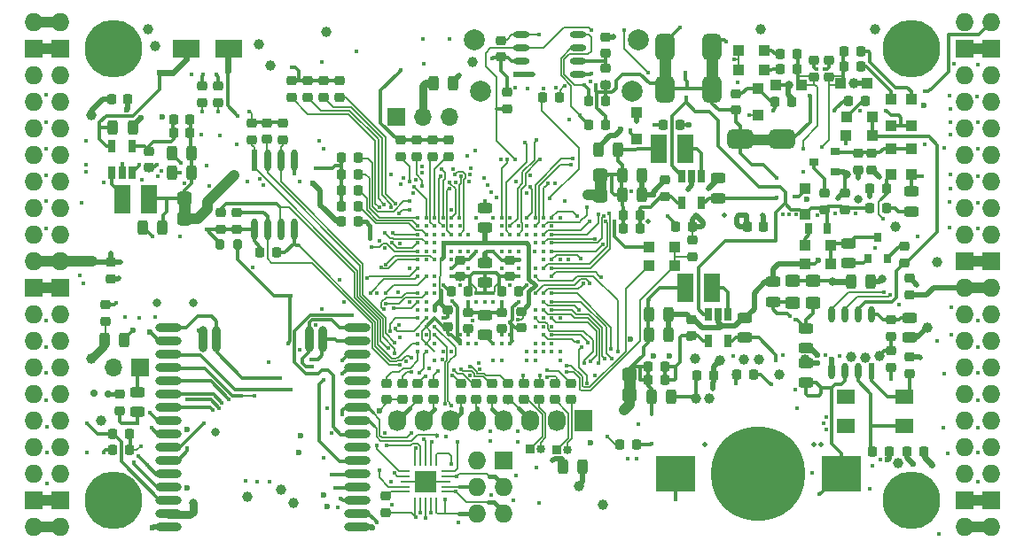
<source format=gbl>
G04 #@! TF.GenerationSoftware,KiCad,Pcbnew,6.0.11+dfsg-1*
G04 #@! TF.CreationDate,2023-04-22T14:08:22+02:00*
G04 #@! TF.ProjectId,ulx3s,756c7833-732e-46b6-9963-61645f706362,v3.1.8*
G04 #@! TF.SameCoordinates,Original*
G04 #@! TF.FileFunction,Copper,L6,Bot*
G04 #@! TF.FilePolarity,Positive*
%FSLAX46Y46*%
G04 Gerber Fmt 4.6, Leading zero omitted, Abs format (unit mm)*
G04 Created by KiCad (PCBNEW 6.0.11+dfsg-1) date 2023-04-22 14:08:22*
%MOMM*%
%LPD*%
G01*
G04 APERTURE LIST*
G04 Aperture macros list*
%AMRoundRect*
0 Rectangle with rounded corners*
0 $1 Rounding radius*
0 $2 $3 $4 $5 $6 $7 $8 $9 X,Y pos of 4 corners*
0 Add a 4 corners polygon primitive as box body*
4,1,4,$2,$3,$4,$5,$6,$7,$8,$9,$2,$3,0*
0 Add four circle primitives for the rounded corners*
1,1,$1+$1,$2,$3*
1,1,$1+$1,$4,$5*
1,1,$1+$1,$6,$7*
1,1,$1+$1,$8,$9*
0 Add four rect primitives between the rounded corners*
20,1,$1+$1,$2,$3,$4,$5,0*
20,1,$1+$1,$4,$5,$6,$7,0*
20,1,$1+$1,$6,$7,$8,$9,0*
20,1,$1+$1,$8,$9,$2,$3,0*%
G04 Aperture macros list end*
G04 #@! TA.AperFunction,EtchedComponent*
%ADD10C,0.100000*%
G04 #@! TD*
G04 #@! TA.AperFunction,ComponentPad*
%ADD11C,5.500000*%
G04 #@! TD*
G04 #@! TA.AperFunction,ComponentPad*
%ADD12O,1.727200X1.727200*%
G04 #@! TD*
G04 #@! TA.AperFunction,ComponentPad*
%ADD13R,1.727200X1.727200*%
G04 #@! TD*
G04 #@! TA.AperFunction,ComponentPad*
%ADD14R,1.727200X2.032000*%
G04 #@! TD*
G04 #@! TA.AperFunction,ComponentPad*
%ADD15O,1.727200X2.032000*%
G04 #@! TD*
G04 #@! TA.AperFunction,ComponentPad*
%ADD16C,2.000000*%
G04 #@! TD*
G04 #@! TA.AperFunction,ComponentPad*
%ADD17R,1.700000X1.700000*%
G04 #@! TD*
G04 #@! TA.AperFunction,ComponentPad*
%ADD18O,1.700000X1.700000*%
G04 #@! TD*
G04 #@! TA.AperFunction,ComponentPad*
%ADD19R,0.850000X0.850000*%
G04 #@! TD*
G04 #@! TA.AperFunction,ComponentPad*
%ADD20O,0.850000X0.850000*%
G04 #@! TD*
G04 #@! TA.AperFunction,SMDPad,CuDef*
%ADD21R,0.700000X1.200000*%
G04 #@! TD*
G04 #@! TA.AperFunction,SMDPad,CuDef*
%ADD22R,3.700000X3.500000*%
G04 #@! TD*
G04 #@! TA.AperFunction,SMDPad,CuDef*
%ADD23C,9.000000*%
G04 #@! TD*
G04 #@! TA.AperFunction,SMDPad,CuDef*
%ADD24R,0.600000X1.550000*%
G04 #@! TD*
G04 #@! TA.AperFunction,SMDPad,CuDef*
%ADD25O,0.600000X1.550000*%
G04 #@! TD*
G04 #@! TA.AperFunction,SMDPad,CuDef*
%ADD26RoundRect,0.243750X-0.243750X-0.456250X0.243750X-0.456250X0.243750X0.456250X-0.243750X0.456250X0*%
G04 #@! TD*
G04 #@! TA.AperFunction,SMDPad,CuDef*
%ADD27RoundRect,0.218750X-0.218750X-0.256250X0.218750X-0.256250X0.218750X0.256250X-0.218750X0.256250X0*%
G04 #@! TD*
G04 #@! TA.AperFunction,SMDPad,CuDef*
%ADD28RoundRect,0.243750X0.456250X-0.243750X0.456250X0.243750X-0.456250X0.243750X-0.456250X-0.243750X0*%
G04 #@! TD*
G04 #@! TA.AperFunction,SMDPad,CuDef*
%ADD29RoundRect,0.218750X0.218750X0.256250X-0.218750X0.256250X-0.218750X-0.256250X0.218750X-0.256250X0*%
G04 #@! TD*
G04 #@! TA.AperFunction,SMDPad,CuDef*
%ADD30RoundRect,0.243750X0.243750X0.456250X-0.243750X0.456250X-0.243750X-0.456250X0.243750X-0.456250X0*%
G04 #@! TD*
G04 #@! TA.AperFunction,SMDPad,CuDef*
%ADD31RoundRect,0.218750X-0.256250X0.218750X-0.256250X-0.218750X0.256250X-0.218750X0.256250X0.218750X0*%
G04 #@! TD*
G04 #@! TA.AperFunction,SMDPad,CuDef*
%ADD32RoundRect,0.243750X-0.456250X0.243750X-0.456250X-0.243750X0.456250X-0.243750X0.456250X0.243750X0*%
G04 #@! TD*
G04 #@! TA.AperFunction,SMDPad,CuDef*
%ADD33RoundRect,0.218750X0.256250X-0.218750X0.256250X0.218750X-0.256250X0.218750X-0.256250X-0.218750X0*%
G04 #@! TD*
G04 #@! TA.AperFunction,SMDPad,CuDef*
%ADD34R,1.000000X1.000000*%
G04 #@! TD*
G04 #@! TA.AperFunction,SMDPad,CuDef*
%ADD35R,1.550000X0.600000*%
G04 #@! TD*
G04 #@! TA.AperFunction,SMDPad,CuDef*
%ADD36O,1.550000X0.600000*%
G04 #@! TD*
G04 #@! TA.AperFunction,SMDPad,CuDef*
%ADD37R,1.500000X2.700000*%
G04 #@! TD*
G04 #@! TA.AperFunction,SMDPad,CuDef*
%ADD38R,0.670000X1.000000*%
G04 #@! TD*
G04 #@! TA.AperFunction,SMDPad,CuDef*
%ADD39C,0.300000*%
G04 #@! TD*
G04 #@! TA.AperFunction,SMDPad,CuDef*
%ADD40R,0.900000X0.800000*%
G04 #@! TD*
G04 #@! TA.AperFunction,SMDPad,CuDef*
%ADD41R,0.800000X0.900000*%
G04 #@! TD*
G04 #@! TA.AperFunction,SMDPad,CuDef*
%ADD42RoundRect,0.323750X-0.376250X0.323750X-0.376250X-0.323750X0.376250X-0.323750X0.376250X0.323750X0*%
G04 #@! TD*
G04 #@! TA.AperFunction,SMDPad,CuDef*
%ADD43RoundRect,0.450000X0.800000X0.450000X-0.800000X0.450000X-0.800000X-0.450000X0.800000X-0.450000X0*%
G04 #@! TD*
G04 #@! TA.AperFunction,SMDPad,CuDef*
%ADD44RoundRect,0.450000X-0.450000X0.800000X-0.450000X-0.800000X0.450000X-0.800000X0.450000X0.800000X0*%
G04 #@! TD*
G04 #@! TA.AperFunction,SMDPad,CuDef*
%ADD45RoundRect,0.450000X0.450000X-0.800000X0.450000X0.800000X-0.450000X0.800000X-0.450000X-0.800000X0*%
G04 #@! TD*
G04 #@! TA.AperFunction,SMDPad,CuDef*
%ADD46RoundRect,0.249999X-0.450001X0.325001X-0.450001X-0.325001X0.450001X-0.325001X0.450001X0.325001X0*%
G04 #@! TD*
G04 #@! TA.AperFunction,SMDPad,CuDef*
%ADD47R,0.600000X2.100000*%
G04 #@! TD*
G04 #@! TA.AperFunction,SMDPad,CuDef*
%ADD48O,0.600000X2.100000*%
G04 #@! TD*
G04 #@! TA.AperFunction,SMDPad,CuDef*
%ADD49R,2.500000X1.800000*%
G04 #@! TD*
G04 #@! TA.AperFunction,SMDPad,CuDef*
%ADD50RoundRect,0.225000X0.250000X-0.225000X0.250000X0.225000X-0.250000X0.225000X-0.250000X-0.225000X0*%
G04 #@! TD*
G04 #@! TA.AperFunction,SMDPad,CuDef*
%ADD51RoundRect,0.225000X-0.250000X0.225000X-0.250000X-0.225000X0.250000X-0.225000X0.250000X0.225000X0*%
G04 #@! TD*
G04 #@! TA.AperFunction,SMDPad,CuDef*
%ADD52RoundRect,0.062500X0.350000X0.062500X-0.350000X0.062500X-0.350000X-0.062500X0.350000X-0.062500X0*%
G04 #@! TD*
G04 #@! TA.AperFunction,SMDPad,CuDef*
%ADD53RoundRect,0.062500X0.062500X0.350000X-0.062500X0.350000X-0.062500X-0.350000X0.062500X-0.350000X0*%
G04 #@! TD*
G04 #@! TA.AperFunction,SMDPad,CuDef*
%ADD54R,2.000000X2.000000*%
G04 #@! TD*
G04 #@! TA.AperFunction,SMDPad,CuDef*
%ADD55RoundRect,0.200000X-0.200000X-0.275000X0.200000X-0.275000X0.200000X0.275000X-0.200000X0.275000X0*%
G04 #@! TD*
G04 #@! TA.AperFunction,SMDPad,CuDef*
%ADD56O,2.500000X0.900000*%
G04 #@! TD*
G04 #@! TA.AperFunction,SMDPad,CuDef*
%ADD57O,0.900000X2.500000*%
G04 #@! TD*
G04 #@! TA.AperFunction,SMDPad,CuDef*
%ADD58R,1.800000X1.400000*%
G04 #@! TD*
G04 #@! TA.AperFunction,ViaPad*
%ADD59C,0.419000*%
G04 #@! TD*
G04 #@! TA.AperFunction,ViaPad*
%ADD60C,1.000000*%
G04 #@! TD*
G04 #@! TA.AperFunction,ViaPad*
%ADD61C,0.800000*%
G04 #@! TD*
G04 #@! TA.AperFunction,ViaPad*
%ADD62C,0.600000*%
G04 #@! TD*
G04 #@! TA.AperFunction,ViaPad*
%ADD63C,0.420000*%
G04 #@! TD*
G04 #@! TA.AperFunction,ViaPad*
%ADD64C,0.500000*%
G04 #@! TD*
G04 #@! TA.AperFunction,ViaPad*
%ADD65C,0.700000*%
G04 #@! TD*
G04 #@! TA.AperFunction,ViaPad*
%ADD66C,0.454000*%
G04 #@! TD*
G04 #@! TA.AperFunction,Conductor*
%ADD67C,0.500000*%
G04 #@! TD*
G04 #@! TA.AperFunction,Conductor*
%ADD68C,0.300000*%
G04 #@! TD*
G04 #@! TA.AperFunction,Conductor*
%ADD69C,0.127000*%
G04 #@! TD*
G04 #@! TA.AperFunction,Conductor*
%ADD70C,0.200000*%
G04 #@! TD*
G04 #@! TA.AperFunction,Conductor*
%ADD71C,0.600000*%
G04 #@! TD*
G04 #@! TA.AperFunction,Conductor*
%ADD72C,1.000000*%
G04 #@! TD*
G04 #@! TA.AperFunction,Conductor*
%ADD73C,0.190000*%
G04 #@! TD*
G04 #@! TA.AperFunction,Conductor*
%ADD74C,0.800000*%
G04 #@! TD*
G04 #@! TA.AperFunction,Conductor*
%ADD75C,0.400000*%
G04 #@! TD*
G04 #@! TA.AperFunction,Conductor*
%ADD76C,0.700000*%
G04 #@! TD*
G04 APERTURE END LIST*
G36*
X152781000Y-97761000D02*
G01*
X151781000Y-97761000D01*
X151781000Y-96961000D01*
X152781000Y-96961000D01*
X152781000Y-97761000D01*
G37*
D10*
X152781000Y-97761000D02*
X151781000Y-97761000D01*
X151781000Y-96961000D01*
X152781000Y-96961000D01*
X152781000Y-97761000D01*
G36*
X149972000Y-78711000D02*
G01*
X148972000Y-78711000D01*
X148972000Y-77911000D01*
X149972000Y-77911000D01*
X149972000Y-78711000D01*
G37*
X149972000Y-78711000D02*
X148972000Y-78711000D01*
X148972000Y-77911000D01*
X149972000Y-77911000D01*
X149972000Y-78711000D01*
G36*
X110309000Y-80932000D02*
G01*
X109309000Y-80932000D01*
X109309000Y-80132000D01*
X110309000Y-80132000D01*
X110309000Y-80932000D01*
G37*
X110309000Y-80932000D02*
X109309000Y-80932000D01*
X109309000Y-80132000D01*
X110309000Y-80132000D01*
X110309000Y-80932000D01*
G36*
X165754000Y-74400000D02*
G01*
X163954000Y-74400000D01*
X163954000Y-73400000D01*
X165754000Y-73400000D01*
X165754000Y-74400000D01*
G37*
X165754000Y-74400000D02*
X163954000Y-74400000D01*
X163954000Y-73400000D01*
X165754000Y-73400000D01*
X165754000Y-74400000D01*
G36*
X160655000Y-68000000D02*
G01*
X159655000Y-68000000D01*
X159655000Y-66200000D01*
X160655000Y-66200000D01*
X160655000Y-68000000D01*
G37*
X160655000Y-68000000D02*
X159655000Y-68000000D01*
X159655000Y-66200000D01*
X160655000Y-66200000D01*
X160655000Y-68000000D01*
G36*
X156180000Y-68000000D02*
G01*
X155180000Y-68000000D01*
X155180000Y-66200000D01*
X156180000Y-66200000D01*
X156180000Y-68000000D01*
G37*
X156180000Y-68000000D02*
X155180000Y-68000000D01*
X155180000Y-66200000D01*
X156180000Y-66200000D01*
X156180000Y-68000000D01*
D11*
X102990000Y-108410000D03*
X179190000Y-108410000D03*
X179190000Y-65230000D03*
X102990000Y-65230000D03*
D12*
X97910000Y-62690000D03*
X95370000Y-62690000D03*
D13*
X97910000Y-65230000D03*
X95370000Y-65230000D03*
D12*
X97910000Y-67770000D03*
X95370000Y-67770000D03*
X97910000Y-70310000D03*
X95370000Y-70310000D03*
X97910000Y-72850000D03*
X95370000Y-72850000D03*
X97910000Y-75390000D03*
X95370000Y-75390000D03*
X97910000Y-77930000D03*
X95370000Y-77930000D03*
X97910000Y-80470000D03*
X95370000Y-80470000D03*
X97910000Y-83010000D03*
X95370000Y-83010000D03*
X97910000Y-85550000D03*
X95370000Y-85550000D03*
D13*
X97910000Y-88090000D03*
X95370000Y-88090000D03*
D12*
X97910000Y-90630000D03*
X95370000Y-90630000D03*
X97910000Y-93170000D03*
X95370000Y-93170000D03*
X97910000Y-95710000D03*
X95370000Y-95710000D03*
X97910000Y-98250000D03*
X95370000Y-98250000D03*
X97910000Y-100790000D03*
X95370000Y-100790000D03*
X97910000Y-103330000D03*
X95370000Y-103330000D03*
X97910000Y-105870000D03*
X95370000Y-105870000D03*
D13*
X97910000Y-108410000D03*
X95370000Y-108410000D03*
D12*
X97910000Y-110950000D03*
X95370000Y-110950000D03*
X184270000Y-110950000D03*
X186810000Y-110950000D03*
D13*
X184270000Y-108410000D03*
X186810000Y-108410000D03*
D12*
X184270000Y-105870000D03*
X186810000Y-105870000D03*
X184270000Y-103330000D03*
X186810000Y-103330000D03*
X184270000Y-100790000D03*
X186810000Y-100790000D03*
X184270000Y-98250000D03*
X186810000Y-98250000D03*
X184270000Y-95710000D03*
X186810000Y-95710000D03*
X184270000Y-93170000D03*
X186810000Y-93170000D03*
X184270000Y-90630000D03*
X186810000Y-90630000D03*
X184270000Y-88090000D03*
X186810000Y-88090000D03*
D13*
X184270000Y-85550000D03*
X186810000Y-85550000D03*
D12*
X184270000Y-83010000D03*
X186810000Y-83010000D03*
X184270000Y-80470000D03*
X186810000Y-80470000D03*
X184270000Y-77930000D03*
X186810000Y-77930000D03*
X184270000Y-75390000D03*
X186810000Y-75390000D03*
X184270000Y-72850000D03*
X186810000Y-72850000D03*
X184270000Y-70310000D03*
X186810000Y-70310000D03*
X184270000Y-67770000D03*
X186810000Y-67770000D03*
D13*
X184270000Y-65230000D03*
X186810000Y-65230000D03*
D12*
X184270000Y-62690000D03*
X186810000Y-62690000D03*
D14*
X147920000Y-100790000D03*
D15*
X145380000Y-100790000D03*
X142840000Y-100790000D03*
X140265000Y-100790000D03*
X137760000Y-100790000D03*
X135220000Y-100790000D03*
X132680000Y-100790000D03*
X130140000Y-100790000D03*
D16*
X138046000Y-69312000D03*
X152546000Y-69312000D03*
X137446000Y-64412000D03*
X153146000Y-64412000D03*
D17*
X130056000Y-71725000D03*
D18*
X132596000Y-71725000D03*
X135136000Y-71725000D03*
D13*
X140300000Y-104600000D03*
D12*
X137760000Y-104600000D03*
X140300000Y-107140000D03*
X137760000Y-107140000D03*
X140300000Y-109680000D03*
X137760000Y-109680000D03*
D17*
X105530000Y-95710000D03*
D18*
X102990000Y-95710000D03*
D19*
X145380000Y-103550000D03*
D20*
X146380000Y-103550000D03*
D19*
X142800000Y-103530000D03*
D20*
X143800000Y-103530000D03*
D21*
X159825000Y-90600000D03*
X160775000Y-90600000D03*
X161725000Y-90600000D03*
X161725000Y-93200000D03*
X159825000Y-93200000D03*
X104775000Y-77115000D03*
X103825000Y-77115000D03*
X102875000Y-77115000D03*
X102875000Y-74515000D03*
X104775000Y-74515000D03*
X157285000Y-77392000D03*
X158235000Y-77392000D03*
X159185000Y-77392000D03*
X159185000Y-79992000D03*
X157285000Y-79992000D03*
D22*
X172485000Y-105870000D03*
X156685000Y-105870000D03*
D23*
X164585000Y-105870000D03*
D24*
X175395000Y-96015000D03*
D25*
X174125000Y-96015000D03*
X172855000Y-96015000D03*
X171585000Y-96015000D03*
X171585000Y-90615000D03*
X172855000Y-90615000D03*
X174125000Y-90615000D03*
X175395000Y-90615000D03*
D26*
X133563500Y-68550000D03*
X135438500Y-68550000D03*
D27*
X154072500Y-96910000D03*
X155647500Y-96910000D03*
D26*
X154122500Y-90630000D03*
X155997500Y-90630000D03*
X154122500Y-92535000D03*
X155997500Y-92535000D03*
D28*
X163315000Y-92837500D03*
X163315000Y-90962500D03*
D27*
X151732500Y-82375000D03*
X153307500Y-82375000D03*
D26*
X151582500Y-79200000D03*
X153457500Y-79200000D03*
X151582500Y-77295000D03*
X153457500Y-77295000D03*
D28*
X160775000Y-79502500D03*
X160775000Y-77627500D03*
D29*
X110327500Y-72005000D03*
X108752500Y-72005000D03*
D30*
X110477500Y-75180000D03*
X108602500Y-75180000D03*
D31*
X175380000Y-75237500D03*
X175380000Y-76812500D03*
D28*
X105276000Y-99949500D03*
X105276000Y-98074500D03*
D26*
X173441500Y-87473000D03*
X175316500Y-87473000D03*
D32*
X138500000Y-90682500D03*
X138500000Y-92557500D03*
D28*
X138500000Y-82357500D03*
X138500000Y-80482500D03*
D32*
X138500000Y-85682500D03*
X138500000Y-87557500D03*
D26*
X154376500Y-98504000D03*
X156251500Y-98504000D03*
D30*
X107683500Y-82292000D03*
X105808500Y-82292000D03*
D31*
X140900000Y-85432500D03*
X140900000Y-87007500D03*
X136900000Y-90432500D03*
X136900000Y-92007500D03*
X140100000Y-90432500D03*
X140100000Y-92007500D03*
X134900000Y-90232500D03*
X134900000Y-91807500D03*
D29*
X141687500Y-88420000D03*
X140112500Y-88420000D03*
D27*
X163512500Y-82220000D03*
X165087500Y-82220000D03*
D29*
X158287500Y-82220000D03*
X156712500Y-82220000D03*
D31*
X177300000Y-94112500D03*
X177300000Y-95687500D03*
D26*
X145942500Y-105200000D03*
X147817500Y-105200000D03*
D27*
X102812500Y-70020000D03*
X104387500Y-70020000D03*
D31*
X102736000Y-85651500D03*
X102736000Y-87226500D03*
D33*
X179063000Y-88768500D03*
X179063000Y-87193500D03*
D29*
X180385500Y-103711000D03*
X178810500Y-103711000D03*
X160307500Y-96490000D03*
X158732500Y-96490000D03*
D28*
X169172000Y-97173500D03*
X169172000Y-95298500D03*
D27*
X135312500Y-88420000D03*
X136887500Y-88420000D03*
D34*
X172479000Y-68550000D03*
X174979000Y-68550000D03*
X164585000Y-69060000D03*
X164585000Y-71560000D03*
D30*
X110477500Y-77085000D03*
X108602500Y-77085000D03*
X151171500Y-74882000D03*
X149296500Y-74882000D03*
D28*
X179190000Y-80772500D03*
X179190000Y-78897500D03*
D27*
X166718500Y-65738000D03*
X168293500Y-65738000D03*
D31*
X128980000Y-108012500D03*
X128980000Y-109587500D03*
D32*
X179078000Y-90980500D03*
X179078000Y-92855500D03*
D33*
X177300000Y-92705500D03*
X177300000Y-91130500D03*
X113000000Y-70372500D03*
X113000000Y-68797500D03*
X111500000Y-70372500D03*
X111500000Y-68797500D03*
D29*
X157117500Y-72487000D03*
X155542500Y-72487000D03*
D33*
X171331000Y-67940500D03*
X171331000Y-66365500D03*
X169919000Y-67940500D03*
X169919000Y-66365500D03*
D27*
X172814500Y-65502000D03*
X174389500Y-65502000D03*
D33*
X120008000Y-69872500D03*
X120008000Y-68297500D03*
X121532000Y-69872500D03*
X121532000Y-68297500D03*
X123056000Y-69872500D03*
X123056000Y-68297500D03*
X124580000Y-69872500D03*
X124580000Y-68297500D03*
D29*
X145567500Y-69900000D03*
X143992500Y-69900000D03*
D34*
X169030000Y-81085000D03*
X169030000Y-78585000D03*
X171550000Y-85837000D03*
X169050000Y-85837000D03*
X179190000Y-77275000D03*
X179190000Y-74775000D03*
X177285000Y-74775000D03*
X177285000Y-77275000D03*
X172987000Y-73503000D03*
X175487000Y-73503000D03*
X168756000Y-68659000D03*
X166256000Y-68659000D03*
X162700000Y-67262000D03*
X165200000Y-67262000D03*
X165200000Y-65357000D03*
X162700000Y-65357000D03*
D26*
X102966000Y-72785000D03*
X104841000Y-72785000D03*
X102179500Y-93061000D03*
X104054500Y-93061000D03*
D35*
X141980000Y-67706500D03*
D36*
X141980000Y-66436500D03*
X141980000Y-65166500D03*
X141980000Y-63896500D03*
X147380000Y-63896500D03*
X147380000Y-65166500D03*
X147380000Y-66436500D03*
X147380000Y-67706500D03*
D37*
X160140000Y-88090000D03*
X157600000Y-88090000D03*
X157600000Y-74755000D03*
X155060000Y-74755000D03*
D38*
X169425000Y-82375000D03*
X171175000Y-82375000D03*
D33*
X172840000Y-80622500D03*
X172840000Y-79047500D03*
X162480000Y-71097500D03*
X162480000Y-69522500D03*
D29*
X176802500Y-80470000D03*
X175227500Y-80470000D03*
D31*
X174110000Y-75237500D03*
X174110000Y-76812500D03*
X178555000Y-84127500D03*
X178555000Y-85702500D03*
D33*
X102228000Y-91290500D03*
X102228000Y-89715500D03*
X170935000Y-80622500D03*
X170935000Y-79047500D03*
D29*
X152926500Y-103076000D03*
X151351500Y-103076000D03*
D31*
X119200000Y-72332500D03*
X119200000Y-73907500D03*
D33*
X114800000Y-82507500D03*
X114800000Y-80932500D03*
D29*
X126383500Y-80260000D03*
X124808500Y-80260000D03*
X126383500Y-78736000D03*
X124808500Y-78736000D03*
X126383500Y-77212000D03*
X124808500Y-77212000D03*
X126383500Y-75670000D03*
X124808500Y-75670000D03*
D33*
X130422000Y-75560500D03*
X130422000Y-73985500D03*
X131961000Y-75560500D03*
X131961000Y-73985500D03*
X133485000Y-75560500D03*
X133485000Y-73985500D03*
X135009000Y-75560500D03*
X135009000Y-73985500D03*
X140025500Y-66017500D03*
X140025500Y-64442500D03*
D31*
X140597000Y-69413500D03*
X140597000Y-70988500D03*
D33*
X149980000Y-68687500D03*
X149980000Y-67112500D03*
D29*
X149962500Y-72487000D03*
X148387500Y-72487000D03*
X149967500Y-70200000D03*
X148392500Y-70200000D03*
D27*
X116980000Y-84700000D03*
X118555000Y-84700000D03*
D31*
X117695000Y-72330500D03*
X117695000Y-73905500D03*
D33*
X113300000Y-82507500D03*
X113300000Y-80932500D03*
D31*
X116200000Y-72332500D03*
X116200000Y-73907500D03*
D33*
X129080000Y-98775000D03*
X129080000Y-97200000D03*
D29*
X104539500Y-102060000D03*
X102964500Y-102060000D03*
X164102500Y-96345000D03*
X162527500Y-96345000D03*
D27*
X166718500Y-67135000D03*
X168293500Y-67135000D03*
D29*
X174387500Y-66899000D03*
X172812500Y-66899000D03*
D27*
X154072500Y-95640000D03*
X155647500Y-95640000D03*
D29*
X110327500Y-73275000D03*
X108752500Y-73275000D03*
D27*
X151732500Y-81105000D03*
X153307500Y-81105000D03*
D31*
X158235000Y-91112500D03*
X158235000Y-92687500D03*
D33*
X106365000Y-76602500D03*
X106365000Y-75027500D03*
D31*
X155695000Y-77777500D03*
X155695000Y-79352500D03*
D29*
X176802500Y-78565000D03*
X175227500Y-78565000D03*
D37*
X103825000Y-79625000D03*
X106365000Y-79625000D03*
D31*
X136100000Y-85432500D03*
X136100000Y-87007500D03*
D39*
X181872000Y-111603000D03*
D40*
X171935000Y-75075000D03*
X171935000Y-76975000D03*
X169935000Y-76025000D03*
D33*
X103576500Y-99817500D03*
X103576500Y-98242500D03*
D41*
X176965000Y-85280000D03*
X175065000Y-85280000D03*
X176015000Y-83280000D03*
D34*
X175502000Y-71740000D03*
X173002000Y-71740000D03*
D27*
X173210500Y-70201000D03*
X174785500Y-70201000D03*
D31*
X179078000Y-94686500D03*
X179078000Y-96261500D03*
D29*
X177071500Y-103711000D03*
X175496500Y-103711000D03*
D34*
X154141000Y-84186000D03*
X156641000Y-84186000D03*
D42*
X152281000Y-96393500D03*
X152281000Y-98328500D03*
X149472000Y-77343500D03*
X149472000Y-79278500D03*
X109809000Y-79564500D03*
X109809000Y-81499500D03*
D34*
X154121000Y-85964000D03*
X156621000Y-85964000D03*
D27*
X166210500Y-70310000D03*
X167785500Y-70310000D03*
D43*
X166854000Y-73900000D03*
X162854000Y-73900000D03*
D44*
X160155000Y-65100000D03*
X160155000Y-69100000D03*
D45*
X155680000Y-69100000D03*
X155680000Y-65100000D03*
D34*
X177285000Y-72594000D03*
X177285000Y-70094000D03*
X179190000Y-70094000D03*
X179190000Y-72594000D03*
D27*
X102964500Y-103600000D03*
X104539500Y-103600000D03*
D28*
X165982000Y-89408500D03*
X165982000Y-87533500D03*
D46*
X167887000Y-87446000D03*
X167887000Y-89496000D03*
X169792000Y-87446000D03*
X169792000Y-89496000D03*
D32*
X169157000Y-91978500D03*
X169157000Y-93853500D03*
D28*
X173221000Y-85725500D03*
X173221000Y-83850500D03*
D29*
X126387500Y-81770000D03*
X124812500Y-81770000D03*
D47*
X116440000Y-75920000D03*
D48*
X117710000Y-75920000D03*
X118980000Y-75920000D03*
X120250000Y-75920000D03*
X120250000Y-82524000D03*
X118980000Y-82524000D03*
X117710000Y-82524000D03*
X116440000Y-82524000D03*
D31*
X142000000Y-90332500D03*
X142000000Y-91907500D03*
D49*
X109980000Y-65200000D03*
X113980000Y-65200000D03*
D33*
X130580000Y-98787500D03*
X130580000Y-97212500D03*
D50*
X136180000Y-98775000D03*
X136180000Y-97225000D03*
D51*
X137680000Y-97225000D03*
X137680000Y-98775000D03*
D50*
X139180000Y-98775000D03*
X139180000Y-97225000D03*
D51*
X140680000Y-97225000D03*
X140680000Y-98775000D03*
D50*
X142180000Y-98775000D03*
X142180000Y-97225000D03*
D51*
X133580000Y-97225000D03*
X133580000Y-98775000D03*
D31*
X158312000Y-83525500D03*
X158312000Y-85100500D03*
D51*
X143680000Y-97225000D03*
X143680000Y-98775000D03*
D34*
X152930000Y-73850000D03*
X152930000Y-71350000D03*
D51*
X146680000Y-97225000D03*
X146680000Y-98775000D03*
D50*
X145180000Y-98775000D03*
X145180000Y-97225000D03*
X132080000Y-98775000D03*
X132080000Y-97225000D03*
D33*
X149980000Y-65687500D03*
X149980000Y-64112500D03*
D52*
X134772500Y-105600000D03*
X134772500Y-106100000D03*
X134772500Y-106600000D03*
X134772500Y-107100000D03*
X134772500Y-107600000D03*
D53*
X133835000Y-108537500D03*
X133335000Y-108537500D03*
X132835000Y-108537500D03*
X132335000Y-108537500D03*
X131835000Y-108537500D03*
D52*
X130897500Y-107600000D03*
X130897500Y-107100000D03*
X130897500Y-106600000D03*
X130897500Y-106100000D03*
X130897500Y-105600000D03*
D53*
X131835000Y-104662500D03*
X132335000Y-104662500D03*
X132835000Y-104662500D03*
X133335000Y-104662500D03*
X133835000Y-104662500D03*
D54*
X132835000Y-106600000D03*
D55*
X113214800Y-83932000D03*
X114864800Y-83932000D03*
D56*
X108300000Y-110975000D03*
X108300000Y-109705000D03*
X108300000Y-108435000D03*
X108300000Y-107165000D03*
X108300000Y-105895000D03*
X108300000Y-104625000D03*
X108300000Y-103355000D03*
X108300000Y-102085000D03*
X108300000Y-100815000D03*
X108300000Y-99545000D03*
X108300000Y-98275000D03*
X108300000Y-97005000D03*
X108300000Y-95735000D03*
X108300000Y-94465000D03*
D57*
X111585000Y-92965000D03*
D56*
X108300000Y-93195000D03*
D57*
X112855000Y-92965000D03*
D56*
X108300000Y-91925000D03*
D57*
X121745000Y-92965000D03*
D56*
X126300000Y-91925000D03*
D57*
X123015000Y-92965000D03*
D56*
X126300000Y-93195000D03*
X126300000Y-94465000D03*
X126300000Y-95735000D03*
X126300000Y-97005000D03*
X126300000Y-98275000D03*
X126300000Y-99545000D03*
X126300000Y-100815000D03*
X126300000Y-102085000D03*
X126300000Y-103355000D03*
X126300000Y-104625000D03*
X126300000Y-105895000D03*
X126300000Y-107165000D03*
X126300000Y-108435000D03*
X126300000Y-109705000D03*
X126300000Y-110975000D03*
D34*
X169050000Y-84059000D03*
X171550000Y-84059000D03*
D58*
X178568500Y-101322000D03*
X172968500Y-101322000D03*
X172968500Y-98522000D03*
X178568500Y-98522000D03*
D59*
X114801000Y-74374000D03*
D60*
X118992000Y-107394000D03*
X115817000Y-108029000D03*
D61*
X107181000Y-89487000D03*
D59*
X116960000Y-77676000D03*
X123080000Y-74800000D03*
D61*
X110610000Y-89487000D03*
D59*
X107562000Y-76914000D03*
X141580000Y-101800000D03*
X106980000Y-90900000D03*
X182870000Y-69740000D03*
X182910000Y-72270000D03*
D62*
X110070000Y-107250000D03*
D63*
X96600000Y-77340000D03*
D59*
X134790000Y-102350000D03*
X139280000Y-93400000D03*
X140080000Y-95000000D03*
X135324015Y-89355985D03*
D63*
X96610000Y-79830000D03*
D59*
X180080000Y-94800000D03*
X185550000Y-103850000D03*
D62*
X161380000Y-104550000D03*
D59*
X132880000Y-82200000D03*
X185540000Y-101450000D03*
D63*
X96600000Y-74790000D03*
D60*
X158539988Y-94868772D03*
D59*
X178022000Y-89660000D03*
D63*
X139050000Y-107940000D03*
X138480000Y-79750000D03*
X111100000Y-92190000D03*
D59*
X138480000Y-88600000D03*
D63*
X96610000Y-82380000D03*
D59*
X164972998Y-81150000D03*
X152930000Y-72200000D03*
X139280000Y-88600000D03*
X143280000Y-94200000D03*
X120780000Y-77900000D03*
X107230000Y-77450000D03*
D62*
X165780000Y-106180000D03*
D59*
X132880000Y-93400000D03*
D60*
X180714000Y-91900000D03*
D59*
X162190000Y-94590000D03*
X185540000Y-106630000D03*
X131280000Y-86200011D03*
D63*
X96610000Y-91190000D03*
D59*
X100425000Y-76960000D03*
X185570000Y-66710000D03*
D63*
X141440000Y-106030000D03*
D60*
X147455000Y-107031000D03*
D61*
X174110000Y-79581000D03*
D59*
X141680000Y-87000000D03*
D62*
X106490000Y-92278500D03*
D59*
X152114000Y-104392000D03*
X140080000Y-84600000D03*
X120255000Y-77200000D03*
D60*
X158645000Y-98635000D03*
D64*
X170554000Y-103076000D03*
D59*
X145680000Y-95000000D03*
X183310000Y-66690000D03*
X109793096Y-78113096D03*
D60*
X181705000Y-85596000D03*
D62*
X179380000Y-104954750D03*
D59*
X185560000Y-74760000D03*
X174105000Y-77575000D03*
D62*
X104850000Y-92170000D03*
D59*
X136880000Y-93400000D03*
X167570000Y-81060000D03*
X137680000Y-88600000D03*
X172155000Y-79500000D03*
X129580000Y-108800000D03*
X131282850Y-89402850D03*
X177287984Y-96778661D03*
D63*
X116760000Y-106600000D03*
X148550000Y-68350000D03*
X115610000Y-106560000D03*
D62*
X169220500Y-79644500D03*
X148590000Y-102900000D03*
D59*
X132556000Y-64260000D03*
X140880000Y-84600000D03*
X145680000Y-91000000D03*
X170990000Y-94550000D03*
D62*
X104280000Y-71054479D03*
X127720000Y-111000000D03*
D64*
X159505000Y-103076000D03*
D59*
X185570000Y-93760000D03*
X185540000Y-79920000D03*
D60*
X169080000Y-94960000D03*
X173490000Y-94694000D03*
X101847000Y-100790000D03*
X177658444Y-82281349D03*
D59*
X153130000Y-101090000D03*
X102105000Y-78050000D03*
D62*
X170280000Y-94530000D03*
D59*
X162660000Y-68410000D03*
X182310000Y-96280000D03*
X166970000Y-94560000D03*
X182900000Y-70960000D03*
X143280000Y-95000000D03*
D63*
X143370000Y-105300000D03*
D62*
X106760000Y-111010000D03*
D64*
X154044000Y-81740000D03*
D59*
X140080000Y-93400000D03*
X182880000Y-82350000D03*
X100005500Y-79962000D03*
X185570000Y-91210000D03*
D61*
X167506000Y-68659000D03*
D60*
X163203000Y-94966000D03*
D59*
X105730000Y-77775000D03*
X173870000Y-80980000D03*
X145680000Y-81400000D03*
D60*
X173729000Y-68532000D03*
D59*
X109330000Y-77075000D03*
X138980000Y-101800000D03*
X132880000Y-84600000D03*
X142480000Y-95000000D03*
X100450000Y-103838000D03*
X115830000Y-77900000D03*
X99790000Y-86866000D03*
X105480000Y-91000000D03*
D62*
X110050000Y-101630000D03*
D59*
X136055000Y-67750000D03*
X171950000Y-81010000D03*
D63*
X117920000Y-106590000D03*
X142550000Y-69020000D03*
D62*
X152408000Y-92997500D03*
D59*
X141680000Y-89400000D03*
X141580000Y-102800000D03*
D63*
X143630000Y-108630000D03*
D61*
X176396000Y-87201000D03*
D59*
X185550000Y-72260000D03*
X106780000Y-83200000D03*
X182340000Y-74680000D03*
X109455000Y-76145030D03*
D62*
X107630000Y-71725000D03*
D59*
X183010000Y-89980000D03*
X132683000Y-66673000D03*
X182720000Y-103920000D03*
D60*
X164854000Y-63343000D03*
X120212000Y-108633500D03*
D59*
X155949000Y-81249578D03*
X100400000Y-76320000D03*
X100425000Y-74039000D03*
D63*
X117870000Y-95240000D03*
D59*
X132880000Y-91800000D03*
X143080000Y-67700000D03*
X117355000Y-78300000D03*
X182900000Y-77280000D03*
X136080000Y-93400000D03*
X139280000Y-89400000D03*
D63*
X96600000Y-72260000D03*
D59*
X137680000Y-89400000D03*
X172390000Y-94600000D03*
X109380000Y-83200000D03*
D65*
X101180000Y-98200000D03*
D59*
X140080000Y-92600000D03*
D63*
X132350000Y-106950000D03*
X144040000Y-69010000D03*
D62*
X151455000Y-72950000D03*
D59*
X142480000Y-94200000D03*
D60*
X106290000Y-63360000D03*
D62*
X122030000Y-78075000D03*
D59*
X110490000Y-67710000D03*
D62*
X167580000Y-104560000D03*
D59*
X135096000Y-64260000D03*
X168200000Y-81100000D03*
D64*
X157855000Y-78675000D03*
D59*
X175205000Y-79400000D03*
X135280000Y-80600000D03*
X140880000Y-81400000D03*
X185530000Y-82390000D03*
X139280000Y-95000000D03*
D62*
X170280000Y-95300000D03*
D59*
X145680000Y-85400000D03*
X122680000Y-74000000D03*
X136080000Y-92600000D03*
D62*
X161390000Y-106720000D03*
X171580000Y-94925000D03*
D59*
X144080000Y-84600000D03*
D62*
X105597352Y-71817352D03*
D63*
X96630000Y-101360000D03*
D62*
X120910000Y-102230000D03*
D60*
X175776000Y-63343000D03*
D59*
X166930000Y-81070000D03*
X150805000Y-64075000D03*
X136080000Y-84600000D03*
X140880000Y-93400000D03*
X135280000Y-84600000D03*
D62*
X123110000Y-107860000D03*
D59*
X103830000Y-76225000D03*
D62*
X154567000Y-79178521D03*
D59*
X138480000Y-89400000D03*
D60*
X159886000Y-98631000D03*
D61*
X173030500Y-77212479D03*
D63*
X96620000Y-96210000D03*
D59*
X134479975Y-94200000D03*
X180460000Y-74374000D03*
X185500000Y-69760000D03*
D62*
X123437000Y-108972000D03*
D59*
X141680000Y-84600000D03*
X182880000Y-79860000D03*
X135280000Y-87000000D03*
X104080000Y-90900000D03*
X182910000Y-73460000D03*
X145680000Y-94200000D03*
X136880000Y-92600000D03*
D62*
X120740000Y-103824500D03*
D63*
X141349269Y-68945214D03*
D59*
X144880000Y-94200000D03*
X129546554Y-106668490D03*
X126231000Y-65484000D03*
D60*
X118000000Y-66820000D03*
X116880503Y-64802940D03*
D64*
X161346500Y-81105000D03*
D63*
X96650000Y-103840000D03*
D62*
X170309539Y-85441529D03*
D63*
X96640000Y-106790000D03*
D59*
X138980000Y-102700000D03*
D63*
X96620000Y-98850000D03*
D59*
X107130000Y-76300000D03*
D60*
X174830000Y-94810000D03*
D59*
X176130000Y-77475000D03*
X113200000Y-73520000D03*
D63*
X145297843Y-68967860D03*
X96600000Y-69640000D03*
X96610000Y-93720000D03*
D59*
X185530000Y-96220000D03*
X182900000Y-78580000D03*
X112155000Y-78325000D03*
D62*
X176970000Y-104550000D03*
D59*
X153003000Y-104392000D03*
D63*
X141180000Y-108410000D03*
D60*
X123300000Y-63620000D03*
D59*
X159855000Y-78631000D03*
D63*
X133310000Y-106920000D03*
D59*
X182220000Y-101430000D03*
D63*
X103510000Y-87120000D03*
D59*
X135279986Y-94200000D03*
X185560000Y-77400000D03*
X174313117Y-71127457D03*
X136880000Y-84600000D03*
D60*
X106974809Y-64953974D03*
D59*
X182990000Y-92550000D03*
D60*
X166632000Y-96363000D03*
D61*
X112749991Y-101896607D03*
D59*
X179755000Y-87800000D03*
X140880000Y-91400000D03*
X170200000Y-81110000D03*
D64*
X169919000Y-103076000D03*
D62*
X180435000Y-70610000D03*
D59*
X185540000Y-98820000D03*
X179800000Y-83183000D03*
X100171000Y-87628000D03*
D63*
X132900000Y-106340000D03*
D60*
X149741000Y-108809000D03*
D59*
X140880000Y-92600000D03*
X174379000Y-85743000D03*
X166284693Y-95025145D03*
X166363000Y-77549000D03*
X157624607Y-67486315D03*
D62*
X107435000Y-67516000D03*
D59*
X149046001Y-68703999D03*
X166363006Y-79473521D03*
X157800000Y-68570000D03*
X157107000Y-63216000D03*
X161560000Y-64569000D03*
X180444709Y-69292440D03*
D61*
X110593913Y-108636458D03*
D59*
X132080000Y-92600000D03*
D60*
X137310000Y-66500000D03*
D59*
X134534474Y-87810434D03*
D60*
X160900006Y-95020000D03*
D59*
X132880000Y-92600000D03*
D64*
X158679500Y-81168500D03*
D59*
X139280000Y-84600000D03*
D62*
X128380000Y-99819543D03*
D59*
X116000000Y-71220000D03*
X111880000Y-76400000D03*
X111885500Y-82507500D03*
D60*
X100894500Y-94884500D03*
D59*
X124400000Y-109120000D03*
X137315720Y-91235806D03*
X141680000Y-86200000D03*
D65*
X102482000Y-98250000D03*
D60*
X176142000Y-94567000D03*
D59*
X165803369Y-97344883D03*
X141680000Y-85400000D03*
D64*
X163505500Y-81168500D03*
D62*
X181155918Y-104980708D03*
D59*
X148680006Y-67600000D03*
D61*
X171697000Y-87455000D03*
D60*
X148268387Y-79156021D03*
D62*
X156091000Y-94585000D03*
D59*
X180255508Y-77402208D03*
D60*
X177920000Y-104854000D03*
D62*
X154593901Y-94607945D03*
D59*
X111400000Y-73420000D03*
X142480000Y-87800000D03*
X102101000Y-103838000D03*
X144950000Y-104620000D03*
D60*
X164625730Y-94982471D03*
D59*
X130309122Y-91609922D03*
X122930564Y-90161435D03*
X130328011Y-92850932D03*
X122356507Y-91613521D03*
X175507000Y-105108000D03*
X143280000Y-86200000D03*
X146480000Y-85400000D03*
X181680000Y-93200000D03*
X147700000Y-93768490D03*
X148234021Y-97199990D03*
X144880000Y-91800000D03*
X142480000Y-83800000D03*
X144080000Y-94200000D03*
X137680000Y-93400000D03*
X139200000Y-66137000D03*
X134480000Y-83800000D03*
X133680000Y-90200000D03*
X134480000Y-91000000D03*
D60*
X114547000Y-77295000D03*
D59*
X141640000Y-91107000D03*
X105480000Y-76350000D03*
X122926170Y-66532324D03*
X157680000Y-69900000D03*
X156725998Y-108301000D03*
X170426996Y-107838500D03*
X135980000Y-110500000D03*
X128180000Y-110500000D03*
X133680000Y-91800000D03*
X135250000Y-99350000D03*
X135780000Y-106100000D03*
D66*
X133930004Y-102200000D03*
D59*
X134710000Y-99200000D03*
X136080000Y-107100000D03*
X133680000Y-92600000D03*
X133680000Y-93400000D03*
X135729990Y-107600000D03*
X124880000Y-100156998D03*
X131430000Y-102000000D03*
X132880000Y-94200000D03*
X132258531Y-96187169D03*
X123099990Y-104346000D03*
X134680000Y-108350000D03*
X110080000Y-103400000D03*
X176523000Y-81486000D03*
X175761000Y-84280000D03*
X143260000Y-84620000D03*
X147948000Y-68659000D03*
X147582000Y-71562521D03*
X121990000Y-95616000D03*
X116438522Y-98377000D03*
X115245500Y-98377000D03*
X121901902Y-94914578D03*
X132079993Y-86200005D03*
X127220365Y-87166912D03*
X124880000Y-96300000D03*
X120793521Y-93972480D03*
X114900000Y-71620000D03*
X128380000Y-105500000D03*
D62*
X113900000Y-67320000D03*
D59*
X132680000Y-102595979D03*
X150037990Y-81740000D03*
X144080000Y-86200000D03*
X144880000Y-87000000D03*
X149575498Y-87093010D03*
X149860161Y-81214169D03*
X144880000Y-83800000D03*
X147343891Y-93217126D03*
X144080000Y-92600000D03*
X144880000Y-86200000D03*
X150357635Y-80989117D03*
X149331452Y-81077804D03*
X144880000Y-83000000D03*
X148349010Y-93322307D03*
X144880000Y-92600000D03*
X144880000Y-91000000D03*
X148533000Y-95089080D03*
X144880000Y-90200000D03*
X149912040Y-94858026D03*
X144880000Y-89400000D03*
X150565000Y-94858026D03*
X144880000Y-88600000D03*
X150539500Y-93965002D03*
X151190159Y-94219000D03*
X143280000Y-87000000D03*
X129890582Y-93304742D03*
X130988003Y-95125529D03*
X130338594Y-95412719D03*
X131425267Y-94791127D03*
X129887295Y-94389562D03*
X132080000Y-93400000D03*
X129266964Y-93852191D03*
X133181024Y-95753552D03*
X137062137Y-96437863D03*
X146312850Y-96100000D03*
X131498745Y-96135023D03*
X132080000Y-94200000D03*
X133674944Y-87000010D03*
X110067281Y-98787281D03*
X113131142Y-99577246D03*
X105607000Y-103236000D03*
X129772895Y-90048899D03*
X132080000Y-89402867D03*
X133448490Y-102800000D03*
X129123152Y-103173174D03*
X129030819Y-89641098D03*
X132880000Y-88600000D03*
X135830000Y-102850000D03*
X132080000Y-87000012D03*
X123802408Y-105966500D03*
X127569682Y-88554180D03*
X124880000Y-95000000D03*
X119680000Y-93400000D03*
X119967274Y-88887274D03*
X128916857Y-84275976D03*
X124202418Y-107207639D03*
X132830000Y-110100000D03*
X111500000Y-71220000D03*
X132330000Y-109600000D03*
X113000000Y-71220000D03*
X118930000Y-96700000D03*
X131293755Y-79827630D03*
X132080000Y-81400000D03*
X132080000Y-82199947D03*
X132880000Y-83000000D03*
X133672551Y-81400000D03*
X133680000Y-82200000D03*
X132480011Y-78313930D03*
X131261117Y-77886513D03*
X132880000Y-91000000D03*
X129923010Y-91995987D03*
X132077338Y-91002010D03*
X129413291Y-92228236D03*
X130295000Y-80978000D03*
X131280000Y-80627642D03*
X132080000Y-85399991D03*
X128580000Y-86181519D03*
X134284246Y-77455000D03*
X134480000Y-82200000D03*
X163680000Y-71600000D03*
X146559490Y-71978411D03*
X133335000Y-109595000D03*
X131879996Y-103400000D03*
X150140000Y-102290000D03*
X119960000Y-97820000D03*
X103280000Y-89500000D03*
X116268510Y-86116224D03*
X162441000Y-97270000D03*
X175244514Y-107267000D03*
X169725488Y-105743002D03*
X142480000Y-82200000D03*
X143280000Y-83000000D03*
X168903000Y-74755000D03*
X154425580Y-102987766D03*
X168014000Y-79327000D03*
X112800000Y-67720000D03*
X111600000Y-67720000D03*
X176269000Y-104473000D03*
X143280000Y-93400000D03*
X171050000Y-101628490D03*
X143280000Y-91800000D03*
X170859500Y-101077000D03*
X144080000Y-91800000D03*
X144080000Y-91000000D03*
X171050000Y-100442000D03*
X135280000Y-82200000D03*
X135684486Y-78053778D03*
X135482216Y-76729884D03*
X136080000Y-82200000D03*
X136080000Y-83000000D03*
X135636086Y-77253767D03*
X170680000Y-74600000D03*
X142785835Y-77336599D03*
X143280000Y-83800000D03*
X142480000Y-83020000D03*
X170173000Y-67135000D03*
X170935000Y-67135000D03*
X124582850Y-87331276D03*
X181872000Y-111603000D03*
X132082846Y-88602855D03*
X128191654Y-103187806D03*
X128810940Y-90140880D03*
X120008000Y-67008000D03*
X129947106Y-80044312D03*
X133680000Y-83000000D03*
X129507513Y-80406500D03*
X133680000Y-83800000D03*
X128834500Y-80089000D03*
X130334100Y-83854100D03*
X128434644Y-83600484D03*
X133680000Y-85400000D03*
X128390000Y-80406500D03*
X129035124Y-85855124D03*
X136880000Y-86200000D03*
X136080000Y-87800000D03*
X140880000Y-87800000D03*
X136880000Y-89400000D03*
X140080000Y-89400000D03*
D60*
X151758000Y-99774000D03*
D59*
X140080000Y-86200000D03*
X135280000Y-83000000D03*
X135070999Y-78598001D03*
X154694000Y-72487000D03*
X100450000Y-101044000D03*
X135280000Y-104900000D03*
X131880000Y-110050000D03*
X139280000Y-81400000D03*
X139554000Y-79423500D03*
X139046000Y-78915500D03*
X138728500Y-78280500D03*
X138382448Y-77562851D03*
X137527946Y-74952055D03*
X137680000Y-81400000D03*
X136824510Y-75497491D03*
X137174375Y-76624866D03*
X137007589Y-77284008D03*
X136926702Y-77887838D03*
X136207577Y-77419167D03*
X136072586Y-81400000D03*
X135129075Y-78015596D03*
X135272575Y-81400000D03*
X134355563Y-76739572D03*
X134472563Y-81400000D03*
X144080000Y-93400000D03*
X149010682Y-96469558D03*
X144880000Y-93400000D03*
X147998013Y-95293088D03*
X143280000Y-91000000D03*
X149324536Y-95289536D03*
X144080000Y-90200000D03*
X144080000Y-89400000D03*
X147430953Y-90200010D03*
X143280000Y-90200000D03*
X144080000Y-88600000D03*
X147910791Y-87683418D03*
X148483539Y-87623462D03*
X143280000Y-88600000D03*
X144080000Y-85400000D03*
X147612154Y-85271855D03*
X144880000Y-85400000D03*
X144880000Y-84600000D03*
X149764011Y-83914020D03*
X144080000Y-83800000D03*
X148964000Y-83391010D03*
X144080000Y-83000000D03*
X148519500Y-81740000D03*
X144880000Y-82200000D03*
X144080000Y-82200000D03*
X148202000Y-80343000D03*
X147301000Y-81265000D03*
X144880000Y-81400000D03*
X142773292Y-78438000D03*
X142480000Y-81400000D03*
X142463773Y-79031095D03*
X144519000Y-78120500D03*
X144080000Y-81400000D03*
X145217500Y-78120500D03*
X146700290Y-76355020D03*
X143280000Y-82200000D03*
X146868500Y-75707500D03*
X143280000Y-81400000D03*
X143708879Y-75817300D03*
X141680000Y-83000000D03*
X141680000Y-82200000D03*
X140080000Y-82200000D03*
X141459000Y-77962998D03*
X140880000Y-83000000D03*
X142280000Y-74200000D03*
X140880000Y-82200000D03*
X143418626Y-73975126D03*
X132498714Y-77088928D03*
X132495017Y-76474983D03*
X129500000Y-77226215D03*
X131880000Y-77800000D03*
X130480000Y-78200000D03*
X130680000Y-77626225D03*
X131661891Y-79027618D03*
X132872540Y-81400000D03*
X131680002Y-78400000D03*
X129723500Y-82838510D03*
X132080000Y-82999958D03*
X128954920Y-82873403D03*
X132880000Y-83800000D03*
X132080000Y-83799969D03*
X129584592Y-83786008D03*
X106625000Y-101495000D03*
X106500000Y-100020000D03*
X132080000Y-84599980D03*
X127646357Y-84178502D03*
X105342361Y-104167391D03*
X106197485Y-105022515D03*
X133680000Y-84600000D03*
X104980000Y-104800000D03*
X132880000Y-85400000D03*
X162271466Y-66284958D03*
X139976487Y-75771000D03*
X140645500Y-75771000D03*
X176797084Y-71127457D03*
X140080000Y-81400000D03*
X143650666Y-63862520D03*
X146100000Y-79820000D03*
X151773000Y-63470000D03*
X154044000Y-67500000D03*
X176605426Y-88507160D03*
X152497066Y-78900000D03*
X141344000Y-75771000D03*
X148630000Y-63424051D03*
X140060000Y-83020000D03*
X177188990Y-88764025D03*
D60*
X100855891Y-71574861D03*
D62*
X157996000Y-72487000D03*
D59*
X135280000Y-85400000D03*
X137680000Y-84600000D03*
X135280000Y-86200000D03*
X127500000Y-83315491D03*
X169517039Y-69686488D03*
X171839000Y-71127457D03*
X122294000Y-76660000D03*
X130437000Y-67280000D03*
X168141000Y-91138000D03*
X168146081Y-97863904D03*
X150838000Y-81773000D03*
X165982000Y-71127457D03*
X172982000Y-74265000D03*
X168903000Y-76972035D03*
X146280000Y-95500000D03*
X132880000Y-89400000D03*
X128142763Y-88579429D03*
X133680000Y-88600000D03*
X129821745Y-105821405D03*
X123393490Y-99596370D03*
X168268000Y-99562279D03*
X167633000Y-90757000D03*
X125762663Y-90748364D03*
X132880000Y-90200000D03*
X124680000Y-108199990D03*
X133680000Y-87799999D03*
X123117957Y-96877508D03*
X125004452Y-89401351D03*
X132885371Y-87000010D03*
X123880000Y-102000000D03*
X128880009Y-101993151D03*
X129029169Y-88568597D03*
X132080000Y-90200000D03*
X114042462Y-98762462D03*
X130211724Y-88531724D03*
X113362850Y-99082850D03*
X112480000Y-99800000D03*
X136880000Y-83000000D03*
X134480000Y-83000000D03*
X111680008Y-101000000D03*
X105276000Y-101044000D03*
X144425983Y-96634500D03*
X144425983Y-95965500D03*
X146080000Y-68800000D03*
X144634000Y-79522787D03*
X152355000Y-72975000D03*
X132796356Y-96585904D03*
X134012490Y-96062490D03*
X136240810Y-95905830D03*
X137030000Y-95630500D03*
X133650000Y-95000000D03*
X135370000Y-96460000D03*
X134410000Y-94910000D03*
X135508434Y-95932356D03*
X142160000Y-96450000D03*
X138000740Y-95885760D03*
X137910000Y-95250000D03*
X143700002Y-96473498D03*
D67*
X172607500Y-79047500D02*
X172155000Y-79500000D01*
D68*
X134968500Y-91963500D02*
X134900000Y-91895000D01*
X105808500Y-82292000D02*
X105872000Y-82292000D01*
D67*
X165982000Y-87533500D02*
X165246500Y-87533500D01*
D68*
X138500000Y-87557500D02*
X138517500Y-87557500D01*
D69*
X132880000Y-93400000D02*
X133680000Y-94200000D01*
X132480000Y-93000000D02*
X132480000Y-92200000D01*
D67*
X158432500Y-91112500D02*
X159250000Y-91930000D01*
X179078000Y-92855500D02*
X179758500Y-92855500D01*
D68*
X134900000Y-91807500D02*
X134900000Y-92441000D01*
D67*
X122755000Y-80200000D02*
X122755000Y-79100000D01*
X155997500Y-92535000D02*
X155997500Y-90630000D01*
X152930000Y-72200000D02*
X152930000Y-71350000D01*
D68*
X156712500Y-82013078D02*
X155949000Y-81249578D01*
D67*
X167455000Y-69625000D02*
X167455000Y-68710000D01*
D68*
X108270000Y-75160000D02*
X108290000Y-75180000D01*
D70*
X130897500Y-106600000D02*
X132835000Y-106600000D01*
D68*
X166256000Y-68659000D02*
X167506000Y-68659000D01*
X136070000Y-87000000D02*
X136100000Y-86970000D01*
X134900000Y-91770000D02*
X134450000Y-91770000D01*
X106827500Y-76602500D02*
X107130000Y-76300000D01*
X169947068Y-85804000D02*
X170309539Y-85441529D01*
X155958522Y-81240056D02*
X155949000Y-81249578D01*
X141387500Y-91907500D02*
X140880000Y-91400000D01*
X138550000Y-92769000D02*
X138649000Y-92769000D01*
D71*
X105555000Y-82056000D02*
X105791000Y-82292000D01*
D67*
X175316500Y-87473000D02*
X176124000Y-87473000D01*
X154567000Y-78905500D02*
X155695000Y-77777500D01*
X163097500Y-90962500D02*
X163315000Y-90962500D01*
X162350000Y-91710000D02*
X163097500Y-90962500D01*
D68*
X105872000Y-82292000D02*
X106780000Y-83200000D01*
D67*
X172840000Y-79047500D02*
X172607500Y-79047500D01*
D68*
X103825000Y-77115000D02*
X103825000Y-76230000D01*
D69*
X137080000Y-88315000D02*
X136975000Y-88420000D01*
D68*
X141153500Y-89926500D02*
X141680000Y-89400000D01*
D67*
X106795000Y-110975000D02*
X106760000Y-111010000D01*
X149296500Y-74882000D02*
X149296500Y-74683500D01*
X165087500Y-82220000D02*
X165087500Y-81264502D01*
D68*
X139280000Y-88600000D02*
X139230000Y-88600000D01*
D72*
X184270000Y-65230000D02*
X186810000Y-65230000D01*
D67*
X123130000Y-80575000D02*
X122755000Y-80200000D01*
D68*
X138500000Y-80482500D02*
X138500000Y-79770000D01*
D67*
X171585000Y-94930000D02*
X171580000Y-94925000D01*
X141980000Y-67706500D02*
X143073500Y-67706500D01*
X103403500Y-87226500D02*
X103510000Y-87120000D01*
X158235000Y-77392000D02*
X158235000Y-78295000D01*
X176124000Y-87473000D02*
X176396000Y-87201000D01*
D68*
X141020000Y-92600000D02*
X141065000Y-92645000D01*
D67*
X165982000Y-86348000D02*
X166493000Y-85837000D01*
D68*
X136110990Y-86995403D02*
X136110990Y-87288031D01*
D67*
X179148500Y-87193500D02*
X179755000Y-87800000D01*
D68*
X133680000Y-91000000D02*
X132880000Y-91800000D01*
D69*
X141065000Y-93153000D02*
X141089499Y-93177499D01*
X111515000Y-93000000D02*
X111515000Y-92200000D01*
D68*
X138517500Y-87557500D02*
X138525000Y-87565000D01*
X139880000Y-87000000D02*
X139880000Y-87565000D01*
D67*
X174979000Y-68550000D02*
X173747000Y-68550000D01*
D68*
X156712500Y-82220000D02*
X156712500Y-82013078D01*
D67*
X150455000Y-73525000D02*
X150905000Y-73525000D01*
X154545521Y-79200000D02*
X154567000Y-79178521D01*
X169157000Y-93853500D02*
X169603500Y-93853500D01*
D68*
X120250000Y-75920000D02*
X120250000Y-77195000D01*
X111585000Y-92965000D02*
X111585000Y-92675000D01*
D67*
X179966500Y-94686500D02*
X180080000Y-94800000D01*
D69*
X135883000Y-92090500D02*
X135887500Y-92095000D01*
D68*
X135280000Y-92600000D02*
X136080000Y-93400000D01*
X177300000Y-95850000D02*
X177300000Y-96766645D01*
D67*
X152546000Y-69312000D02*
X152892000Y-69312000D01*
D68*
X105276000Y-95964000D02*
X105530000Y-95710000D01*
X136080000Y-93400000D02*
X136080000Y-93103723D01*
D72*
X184270000Y-85550000D02*
X186810000Y-85550000D01*
D67*
X157752500Y-90630000D02*
X158235000Y-91112500D01*
D68*
X137680000Y-88600000D02*
X138480000Y-88600000D01*
D67*
X153457500Y-79200000D02*
X154545521Y-79200000D01*
D68*
X108602500Y-75292530D02*
X109455000Y-76145030D01*
X177300000Y-96766645D02*
X177287984Y-96778661D01*
X111585000Y-92675000D02*
X111100000Y-92190000D01*
D67*
X174110000Y-76812500D02*
X174110000Y-77570000D01*
D68*
X139880000Y-87000000D02*
X141680000Y-87000000D01*
X138480000Y-88600000D02*
X139280000Y-88600000D01*
X169050000Y-85804000D02*
X169947068Y-85804000D01*
D67*
X104841000Y-72573704D02*
X104841000Y-72785000D01*
D69*
X132880000Y-93400000D02*
X133280000Y-93000000D01*
D68*
X138525000Y-87565000D02*
X138525000Y-86676000D01*
D69*
X132880000Y-93400000D02*
X132480000Y-93000000D01*
D67*
X167785500Y-70310000D02*
X167785500Y-69955500D01*
D68*
X137080000Y-86995403D02*
X137080000Y-87565000D01*
X135883000Y-89914970D02*
X135533514Y-89565484D01*
D67*
X175227500Y-78565000D02*
X175227500Y-79377500D01*
D69*
X139414000Y-88031000D02*
X139880000Y-87565000D01*
D67*
X159250000Y-91930000D02*
X160910000Y-91930000D01*
D68*
X141383723Y-87000000D02*
X141680000Y-87000000D01*
D67*
X160775000Y-91355000D02*
X161130000Y-91710000D01*
X135438500Y-68550000D02*
X135438500Y-68366500D01*
X175227500Y-79377500D02*
X175205000Y-79400000D01*
X161130000Y-91710000D02*
X162350000Y-91710000D01*
D68*
X138500000Y-79770000D02*
X138480000Y-79750000D01*
D67*
X173747000Y-68550000D02*
X173729000Y-68532000D01*
D68*
X138480000Y-87577500D02*
X138500000Y-87557500D01*
D72*
X95370000Y-88090000D02*
X97910000Y-88090000D01*
D67*
X165087500Y-81264502D02*
X164972998Y-81150000D01*
X174110000Y-77570000D02*
X174105000Y-77575000D01*
X167785500Y-69955500D02*
X167455000Y-69625000D01*
D68*
X135280000Y-87000000D02*
X136070000Y-87000000D01*
D67*
X179063000Y-87193500D02*
X179148500Y-87193500D01*
D68*
X138500000Y-92620000D02*
X139280000Y-93400000D01*
D70*
X134772500Y-106600000D02*
X132835000Y-106600000D01*
D68*
X138480000Y-88600000D02*
X138480000Y-87577500D01*
X108602500Y-75180000D02*
X108602500Y-75292530D01*
D67*
X150255000Y-73725000D02*
X150455000Y-73525000D01*
D69*
X137080000Y-86995403D02*
X137080000Y-86978000D01*
D67*
X153457500Y-77295000D02*
X153457500Y-79200000D01*
X135438500Y-68366500D02*
X136055000Y-67750000D01*
D68*
X138525000Y-86676000D02*
X139556000Y-86676000D01*
D72*
X95370000Y-65230000D02*
X97910000Y-65230000D01*
D67*
X171585000Y-96015000D02*
X171585000Y-94930000D01*
X160775000Y-77711000D02*
X159855000Y-78631000D01*
D68*
X134450000Y-91770000D02*
X133680000Y-91000000D01*
D67*
X177071500Y-104448500D02*
X176970000Y-104550000D01*
D68*
X135883000Y-92906723D02*
X135883000Y-92090500D01*
X138500000Y-92557500D02*
X138500000Y-92620000D01*
D67*
X102736000Y-87226500D02*
X103403500Y-87226500D01*
D68*
X139880000Y-87565000D02*
X139880000Y-87800000D01*
D69*
X140880000Y-91400000D02*
X140880000Y-91444000D01*
D68*
X104054500Y-93061000D02*
X104054500Y-92965500D01*
D67*
X154567000Y-79178521D02*
X154567000Y-78905500D01*
D68*
X139930000Y-91800000D02*
X140100000Y-91970000D01*
X135533514Y-89565484D02*
X135324015Y-89355985D01*
D69*
X139280000Y-88600000D02*
X139414000Y-88466000D01*
D67*
X151455000Y-72975000D02*
X151455000Y-72950000D01*
D68*
X137080000Y-87565000D02*
X137080000Y-88315000D01*
D67*
X178810500Y-104385250D02*
X179380000Y-104954750D01*
X104387500Y-70946979D02*
X104280000Y-71054479D01*
D68*
X141065000Y-92645000D02*
X141065000Y-93153000D01*
X158645000Y-96490000D02*
X158645000Y-98635000D01*
X105276000Y-98074500D02*
X105276000Y-95964000D01*
D69*
X132480000Y-92200000D02*
X132880000Y-91800000D01*
D68*
X141089499Y-93190501D02*
X140880000Y-93400000D01*
D67*
X150767500Y-64112500D02*
X150805000Y-64075000D01*
D68*
X104858500Y-72785000D02*
X104858500Y-72530500D01*
D67*
X175467500Y-76812500D02*
X176130000Y-77475000D01*
D68*
X140880000Y-91444000D02*
X141065000Y-91629000D01*
D67*
X124325000Y-81770000D02*
X123130000Y-80575000D01*
D69*
X141089499Y-93177499D02*
X141089499Y-93190501D01*
D68*
X136110990Y-86995403D02*
X137080000Y-86995403D01*
X140880000Y-92600000D02*
X141020000Y-92600000D01*
D67*
X147817500Y-106668500D02*
X147455000Y-107031000D01*
X170278500Y-95298500D02*
X170280000Y-95300000D01*
D68*
X141065000Y-91629000D02*
X141065000Y-92645000D01*
D67*
X126300000Y-110975000D02*
X127695000Y-110975000D01*
X143073500Y-67706500D02*
X143080000Y-67700000D01*
D68*
X103825000Y-76230000D02*
X103830000Y-76225000D01*
X156251500Y-98504000D02*
X158514000Y-98504000D01*
D67*
X178810500Y-103711000D02*
X178810500Y-104385250D01*
D68*
X173960000Y-76975000D02*
X174110000Y-77125000D01*
D67*
X158235000Y-78295000D02*
X157855000Y-78675000D01*
X166493000Y-85837000D02*
X169050000Y-85837000D01*
D68*
X107406500Y-93195000D02*
X106490000Y-92278500D01*
D67*
X124812500Y-81770000D02*
X124325000Y-81770000D01*
X108300000Y-110975000D02*
X106795000Y-110975000D01*
X164200000Y-88580000D02*
X164200000Y-90077500D01*
D68*
X134900000Y-92441000D02*
X135059000Y-92600000D01*
D67*
X165246500Y-87533500D02*
X164200000Y-88580000D01*
X177071500Y-103711000D02*
X177071500Y-104448500D01*
D68*
X141153500Y-91126500D02*
X141153500Y-89926500D01*
D67*
X150905000Y-73525000D02*
X151455000Y-72975000D01*
X172793021Y-76975000D02*
X173030500Y-77212479D01*
X165982000Y-87533500D02*
X165982000Y-86348000D01*
D68*
X140773938Y-86994997D02*
X140778941Y-87000000D01*
X108602500Y-77085000D02*
X109320000Y-77085000D01*
D67*
X179078000Y-94686500D02*
X179966500Y-94686500D01*
X122755000Y-78800000D02*
X122030000Y-78075000D01*
D68*
X172840000Y-78960000D02*
X172840000Y-77087000D01*
D72*
X95370000Y-108410000D02*
X97910000Y-108410000D01*
D67*
X167455000Y-68710000D02*
X167506000Y-68659000D01*
D69*
X137680000Y-88165000D02*
X137080000Y-87565000D01*
D67*
X155997500Y-90630000D02*
X157752500Y-90630000D01*
X122755000Y-79100000D02*
X122755000Y-78800000D01*
X164200000Y-90077500D02*
X163315000Y-90962500D01*
D68*
X120250000Y-77195000D02*
X120255000Y-77200000D01*
D67*
X160910000Y-91930000D02*
X161130000Y-91710000D01*
D69*
X137680000Y-88600000D02*
X137680000Y-88165000D01*
D68*
X158514000Y-98504000D02*
X158645000Y-98635000D01*
D67*
X104387500Y-70020000D02*
X104387500Y-70946979D01*
X158235000Y-91112500D02*
X158432500Y-91112500D01*
X127695000Y-110975000D02*
X127720000Y-111000000D01*
X147817500Y-105200000D02*
X147817500Y-106668500D01*
D68*
X137080000Y-86978000D02*
X137382000Y-86676000D01*
X108300000Y-93195000D02*
X107406500Y-93195000D01*
D67*
X171935000Y-76975000D02*
X172793021Y-76975000D01*
D68*
X109320000Y-77085000D02*
X109330000Y-77075000D01*
X135883000Y-92090500D02*
X135883000Y-89914970D01*
X138550000Y-92769000D02*
X138311000Y-92769000D01*
D67*
X160775000Y-77627500D02*
X160775000Y-77711000D01*
D68*
X136080000Y-93103723D02*
X135883000Y-92906723D01*
X142000000Y-91907500D02*
X141387500Y-91907500D01*
D67*
X149296500Y-74683500D02*
X150255000Y-73725000D01*
X169603500Y-93853500D02*
X170280000Y-94530000D01*
X160775000Y-90600000D02*
X160775000Y-91355000D01*
X169172000Y-95298500D02*
X170278500Y-95298500D01*
D69*
X139880000Y-88275000D02*
X140025000Y-88420000D01*
D68*
X139556000Y-86676000D02*
X139880000Y-87000000D01*
D67*
X149980000Y-64112500D02*
X150767500Y-64112500D01*
D68*
X135059000Y-92600000D02*
X135280000Y-92600000D01*
X140880000Y-91400000D02*
X141153500Y-91126500D01*
X106365000Y-76844374D02*
X106365000Y-76915000D01*
D69*
X139414000Y-88466000D02*
X139414000Y-88031000D01*
D68*
X106365000Y-76602500D02*
X106827500Y-76602500D01*
D67*
X105597352Y-71817352D02*
X104841000Y-72573704D01*
D68*
X139880000Y-87800000D02*
X139880000Y-88275000D01*
D67*
X175380000Y-76812500D02*
X175467500Y-76812500D01*
D72*
X184270000Y-108410000D02*
X186810000Y-108410000D01*
D68*
X140778941Y-87000000D02*
X141383723Y-87000000D01*
X104054500Y-92965500D02*
X104850000Y-92170000D01*
D69*
X133280000Y-93000000D02*
X133280000Y-92200000D01*
X133280000Y-92200000D02*
X132880000Y-91800000D01*
D68*
X137382000Y-86676000D02*
X138525000Y-86676000D01*
D67*
X179758500Y-92855500D02*
X180714000Y-91900000D01*
D68*
X167473000Y-68692000D02*
X167506000Y-68659000D01*
X162108500Y-93170000D02*
X162426000Y-92852500D01*
D71*
X108705000Y-67516000D02*
X107435000Y-67516000D01*
D68*
X102875000Y-74515000D02*
X102295000Y-74515000D01*
X165863001Y-77049001D02*
X166363000Y-77549000D01*
X174602000Y-85743000D02*
X175065000Y-85280000D01*
X154710000Y-68518000D02*
X155710000Y-68518000D01*
X101666000Y-73402000D02*
X101666000Y-72402185D01*
X160155000Y-70422000D02*
X160155000Y-68391000D01*
X160140000Y-70437000D02*
X160155000Y-70422000D01*
X149046001Y-69266001D02*
X149046001Y-68703999D01*
X166316527Y-79520000D02*
X166363006Y-79473521D01*
X151580000Y-67650000D02*
X153330000Y-67650000D01*
X161918000Y-93170000D02*
X162108500Y-93170000D01*
X154198000Y-68518000D02*
X154710000Y-68518000D01*
X155695000Y-69000000D02*
X157800000Y-69000000D01*
X157807568Y-68376375D02*
X157807561Y-68376375D01*
X160775000Y-79520000D02*
X166316527Y-79520000D01*
X157800000Y-68383943D02*
X157800000Y-69000000D01*
X102295000Y-74515000D02*
X101666000Y-73886000D01*
X150980000Y-69000000D02*
X150980000Y-68250000D01*
X155710000Y-68985000D02*
X155695000Y-69000000D01*
X162480000Y-72256000D02*
X162480000Y-71100000D01*
X163972044Y-76301044D02*
X162854000Y-75183000D01*
X160755000Y-79835000D02*
X160775000Y-79815000D01*
X102295000Y-71625000D02*
X104905000Y-71625000D01*
X162854000Y-73630000D02*
X162854000Y-72630000D01*
X162854000Y-75183000D02*
X162854000Y-73630000D01*
X162426000Y-92852500D02*
X162807000Y-92852500D01*
X101811000Y-72785000D02*
X102948500Y-72785000D01*
X157800000Y-69000000D02*
X160140000Y-69000000D01*
X101666000Y-72402185D02*
X101680000Y-72388185D01*
X162854000Y-72630000D02*
X162480000Y-72256000D01*
X162480000Y-71100000D02*
X160803000Y-71100000D01*
X166284693Y-94494693D02*
X166284693Y-95025145D01*
X149980000Y-68387500D02*
X149980000Y-68900000D01*
X163378500Y-92852500D02*
X164642500Y-92852500D01*
X104905000Y-71625000D02*
X107435000Y-69095000D01*
X160742000Y-79520000D02*
X160536000Y-79726000D01*
X149980000Y-68687500D02*
X149980000Y-69300000D01*
X149967500Y-70200000D02*
X149967500Y-69512500D01*
X165115044Y-76301044D02*
X165863001Y-77049001D01*
D71*
X109980000Y-66241000D02*
X108705000Y-67516000D01*
D68*
X160803000Y-71100000D02*
X160140000Y-70437000D01*
X101666000Y-72254000D02*
X102295000Y-71625000D01*
X101793000Y-72767000D02*
X101811000Y-72785000D01*
X149967500Y-69512500D02*
X150080000Y-69400000D01*
X149180000Y-70900000D02*
X149980000Y-71700000D01*
X150080000Y-69400000D02*
X150580000Y-69400000D01*
X149980000Y-71700000D02*
X149980000Y-72469000D01*
X160790000Y-79800000D02*
X160775000Y-79815000D01*
D71*
X109980000Y-65200000D02*
X109980000Y-66241000D01*
D68*
X157807568Y-68376375D02*
X157800000Y-68383943D01*
X149180000Y-69400000D02*
X149046001Y-69266001D01*
X174379000Y-85743000D02*
X174602000Y-85743000D01*
X101666000Y-73886000D02*
X101666000Y-73402000D01*
X150580000Y-69400000D02*
X150980000Y-69000000D01*
X164642500Y-92852500D02*
X166284693Y-94494693D01*
X160775000Y-79520000D02*
X160742000Y-79520000D01*
X163981044Y-76301044D02*
X165115044Y-76301044D01*
X173221000Y-85743000D02*
X174379000Y-85743000D01*
X149180000Y-69400000D02*
X150080000Y-69400000D01*
X163265000Y-93200000D02*
X163315000Y-93150000D01*
X153330000Y-67650000D02*
X154198000Y-68518000D01*
X155710000Y-67485500D02*
X155710000Y-68985000D01*
X157624607Y-68193421D02*
X157624607Y-67486315D01*
X160711500Y-79517500D02*
X159886000Y-79517500D01*
X107435000Y-69095000D02*
X107435000Y-67516000D01*
X150980000Y-68250000D02*
X151580000Y-67650000D01*
X163981044Y-76301044D02*
X163972044Y-76301044D01*
X159441500Y-79962000D02*
X159314500Y-79962000D01*
X160155000Y-68985000D02*
X160140000Y-69000000D01*
X157807561Y-68376375D02*
X157624607Y-68193421D01*
X159886000Y-79517500D02*
X159441500Y-79962000D01*
X149180000Y-69400000D02*
X149180000Y-70900000D01*
X101666000Y-72402185D02*
X101666000Y-72254000D01*
X102825000Y-74565000D02*
X102875000Y-74515000D01*
X160155000Y-67358500D02*
X160155000Y-68985000D01*
X156607001Y-63715999D02*
X157107000Y-63216000D01*
X155710000Y-64613000D02*
X156607001Y-63715999D01*
X155710000Y-65550500D02*
X155710000Y-64613000D01*
X180817560Y-69292440D02*
X180444709Y-69292440D01*
X161560000Y-64569000D02*
X161382000Y-64391000D01*
X181030000Y-69080000D02*
X180817560Y-69292440D01*
X185640000Y-63860000D02*
X182740000Y-63860000D01*
X186810000Y-62690000D02*
X185640000Y-63860000D01*
X182740000Y-67390000D02*
X181050000Y-69080000D01*
X181050000Y-69080000D02*
X181030000Y-69080000D01*
X160155000Y-64476000D02*
X159784000Y-64105000D01*
X182740000Y-63860000D02*
X182740000Y-67390000D01*
X161382000Y-64391000D02*
X160155000Y-64391000D01*
D73*
X129080000Y-98402500D02*
X129080000Y-99119543D01*
D68*
X135144040Y-88420000D02*
X134534474Y-87810434D01*
X114800000Y-82507500D02*
X116247851Y-82507500D01*
D67*
X163505500Y-82064500D02*
X163505500Y-81592764D01*
D68*
X177300000Y-92793000D02*
X177300000Y-93424000D01*
X116440000Y-82524000D02*
X116440000Y-83614400D01*
X113300000Y-82507500D02*
X111885500Y-82507500D01*
X179190000Y-78735000D02*
X179190000Y-77275000D01*
D67*
X160307500Y-95612506D02*
X160900006Y-95020000D01*
D68*
X141687500Y-88420000D02*
X141860000Y-88420000D01*
X113505900Y-82509600D02*
X114986100Y-82509600D01*
X113484000Y-82531500D02*
X113505900Y-82509600D01*
X140112500Y-85432500D02*
X140900000Y-85432500D01*
D74*
X108260434Y-109760338D02*
X110310434Y-109760338D01*
D68*
X168687000Y-87446000D02*
X169792000Y-87446000D01*
X138696000Y-84600000D02*
X139280000Y-84600000D01*
X179517208Y-77402208D02*
X179959231Y-77402208D01*
D69*
X130567500Y-98775000D02*
X130580000Y-98787500D01*
D67*
X158287500Y-82220000D02*
X158287500Y-81560500D01*
D68*
X114986100Y-82509600D02*
X115008000Y-82531500D01*
D67*
X159152000Y-82220000D02*
X159314500Y-82057500D01*
D73*
X129080000Y-99119543D02*
X128380000Y-99819543D01*
D67*
X163505500Y-81592764D02*
X163505500Y-81168500D01*
D68*
X173424000Y-87473000D02*
X173406000Y-87455000D01*
D71*
X180460000Y-103711000D02*
X180460000Y-104284790D01*
D68*
X165603370Y-97134770D02*
X164813600Y-96345000D01*
D69*
X171688000Y-87446000D02*
X171697000Y-87455000D01*
D72*
X184270000Y-110950000D02*
X186810000Y-110950000D01*
D74*
X102101000Y-93678000D02*
X101394499Y-94384501D01*
D68*
X138500000Y-84796000D02*
X138696000Y-84600000D01*
D74*
X110593913Y-109202143D02*
X110593913Y-108636458D01*
D68*
X116980000Y-84154400D02*
X116980000Y-84700000D01*
X163350000Y-82220000D02*
X163505500Y-82064500D01*
D71*
X180460000Y-104284790D02*
X181155918Y-104980708D01*
D67*
X162779000Y-82220000D02*
X162553000Y-81994000D01*
D68*
X116440000Y-83614400D02*
X116980000Y-84154400D01*
X169792000Y-87446000D02*
X171688000Y-87446000D01*
D73*
X128780000Y-98673000D02*
X129050500Y-98402500D01*
D68*
X147380000Y-67706500D02*
X148573506Y-67706500D01*
X141860000Y-88420000D02*
X142480000Y-87800000D01*
X177300000Y-94112500D02*
X176596500Y-94112500D01*
D67*
X138500000Y-85682500D02*
X138500000Y-84796000D01*
X158287500Y-82220000D02*
X159152000Y-82220000D01*
D68*
X140830000Y-85470000D02*
X140900000Y-85400000D01*
X102877000Y-103600000D02*
X102242000Y-103600000D01*
X176596500Y-94112500D02*
X176142000Y-94567000D01*
D74*
X110310434Y-109760338D02*
X110593913Y-109476859D01*
D68*
X119200000Y-72243000D02*
X116200000Y-72243000D01*
D74*
X101394499Y-94384501D02*
X100894500Y-94884500D01*
D67*
X162743500Y-81168500D02*
X163505500Y-81168500D01*
D68*
X135263000Y-88333000D02*
X135350000Y-88420000D01*
X138851000Y-85314000D02*
X138500000Y-85665000D01*
D75*
X103576500Y-98242500D02*
X102489500Y-98242500D01*
D71*
X172262685Y-87455000D02*
X171697000Y-87455000D01*
D74*
X110593913Y-109476859D02*
X110593913Y-109202143D01*
D67*
X145150000Y-104420000D02*
X144950000Y-104620000D01*
D72*
X148975493Y-79156021D02*
X148268387Y-79156021D01*
D69*
X158312000Y-82244500D02*
X158287500Y-82220000D01*
D67*
X162553000Y-81359000D02*
X162743500Y-81168500D01*
D68*
X149080093Y-79019093D02*
X149472000Y-79411000D01*
D67*
X184270000Y-88090000D02*
X181353000Y-88090000D01*
X159314500Y-81803500D02*
X158679500Y-81168500D01*
D69*
X116247851Y-82507500D02*
X116268510Y-82486841D01*
D67*
X158287500Y-81560500D02*
X158679500Y-81168500D01*
D73*
X102228000Y-93012500D02*
X102179500Y-93061000D01*
D67*
X160307500Y-96490000D02*
X160307500Y-95612506D01*
D68*
X102101000Y-103741000D02*
X102101000Y-103838000D01*
D71*
X173406000Y-87455000D02*
X172262685Y-87455000D01*
D68*
X179959231Y-77402208D02*
X180255508Y-77402208D01*
D67*
X159314500Y-82057500D02*
X159314500Y-81803500D01*
D72*
X149472000Y-79273500D02*
X149354521Y-79156021D01*
D68*
X165603370Y-97144884D02*
X165603370Y-97134770D01*
X165803369Y-97344883D02*
X165603370Y-97144884D01*
D72*
X184270000Y-88090000D02*
X186810000Y-88090000D01*
D68*
X139280000Y-84600000D02*
X140112500Y-85432500D01*
D74*
X102101000Y-93043000D02*
X102101000Y-93678000D01*
D68*
X164415000Y-96345000D02*
X164813600Y-96345000D01*
D73*
X102228000Y-91290500D02*
X102228000Y-93012500D01*
D67*
X145880000Y-105200000D02*
X145880000Y-104420000D01*
D68*
X167887000Y-87446000D02*
X168687000Y-87446000D01*
D72*
X149354521Y-79156021D02*
X148975493Y-79156021D01*
D69*
X128780000Y-98700000D02*
X128780000Y-98673000D01*
D75*
X141680000Y-85400000D02*
X140900000Y-85400000D01*
D71*
X102489500Y-98242500D02*
X102482000Y-98250000D01*
D73*
X113214800Y-83836800D02*
X113214800Y-83932000D01*
D68*
X111885500Y-82507500D02*
X113214800Y-83836800D01*
D69*
X116200000Y-71420000D02*
X116000000Y-71220000D01*
D67*
X145880000Y-104420000D02*
X145150000Y-104420000D01*
X179063000Y-88768500D02*
X180674500Y-88768500D01*
X163512500Y-82220000D02*
X162779000Y-82220000D01*
D69*
X116200000Y-72332500D02*
X116200000Y-71420000D01*
D67*
X162553000Y-81994000D02*
X162553000Y-81359000D01*
X180674500Y-88768500D02*
X181353000Y-88090000D01*
D68*
X177300000Y-93424000D02*
X177300000Y-94025000D01*
D76*
X103576500Y-98155000D02*
X103562500Y-98141000D01*
D68*
X102242000Y-103600000D02*
X102101000Y-103741000D01*
X148573506Y-67706500D02*
X148680006Y-67600000D01*
X135312500Y-88420000D02*
X135144040Y-88420000D01*
X179190000Y-77075000D02*
X179517208Y-77402208D01*
X138530000Y-85400000D02*
X138500000Y-85370000D01*
D73*
X129080000Y-98775000D02*
X130567500Y-98775000D01*
D69*
X158312000Y-83525500D02*
X158312000Y-82244500D01*
D67*
X160307500Y-96490000D02*
X160267000Y-97742000D01*
D68*
X140500000Y-85470000D02*
X140830000Y-85470000D01*
D69*
X116974000Y-84694000D02*
X116980000Y-84700000D01*
X147490501Y-93977989D02*
X147490501Y-95710501D01*
X147490501Y-95710501D02*
X148234021Y-96454021D01*
X147700000Y-93768490D02*
X147490501Y-93977989D01*
X148234021Y-96454021D02*
X148234021Y-97199990D01*
D68*
X155647500Y-96910000D02*
X155647500Y-95640000D01*
X157145126Y-95181874D02*
X156687000Y-95640000D01*
X157320500Y-92687500D02*
X157145126Y-92862874D01*
X157920000Y-93000000D02*
X158235000Y-93000000D01*
X155735000Y-95640000D02*
X156687000Y-95640000D01*
X158810000Y-92687500D02*
X158235000Y-92687500D01*
X157145126Y-92862874D02*
X157145126Y-95181874D01*
X158235000Y-92687500D02*
X157320500Y-92687500D01*
X156590500Y-96910000D02*
X156687000Y-96813500D01*
X156687000Y-96813500D02*
X156687000Y-95640000D01*
X155647500Y-96910000D02*
X156590500Y-96910000D01*
X159825000Y-93200000D02*
X159322500Y-93200000D01*
X159322500Y-93200000D02*
X158810000Y-92687500D01*
D75*
X133680000Y-89800000D02*
X134258000Y-89222000D01*
D68*
X134900000Y-90851000D02*
X134751000Y-91000000D01*
X140597000Y-67915000D02*
X140032430Y-67350430D01*
D75*
X138550000Y-83800000D02*
X142480000Y-83800000D01*
D73*
X134296398Y-85383602D02*
X134296398Y-85314000D01*
D69*
X134900000Y-90145000D02*
X134825000Y-90145000D01*
D68*
X142650000Y-89650000D02*
X142480000Y-89820000D01*
D72*
X112007000Y-79835000D02*
X112007000Y-80531200D01*
D75*
X133680000Y-90200000D02*
X133680000Y-89800000D01*
X142679999Y-89620001D02*
X142521001Y-89778999D01*
D69*
X111225100Y-81313100D02*
X111393100Y-81313100D01*
D68*
X134751000Y-91000000D02*
X134480000Y-91000000D01*
D75*
X143280000Y-87800000D02*
X142679999Y-87199999D01*
X142521001Y-89778999D02*
X142480000Y-89820000D01*
X142679999Y-87199999D02*
X142679999Y-83999999D01*
X142480000Y-89820000D02*
X142280331Y-90019669D01*
X134480000Y-83800000D02*
X134480000Y-85144500D01*
D73*
X141963000Y-91107000D02*
X141640000Y-91107000D01*
X142100000Y-90970000D02*
X141963000Y-91107000D01*
D68*
X140032430Y-67286930D02*
X140026862Y-66518000D01*
D72*
X114547000Y-77295000D02*
X112007000Y-79835000D01*
D68*
X140032430Y-67350430D02*
X140032430Y-67286930D01*
X140036900Y-66093600D02*
X140025500Y-66105000D01*
X140597000Y-69326000D02*
X140597000Y-67915000D01*
D69*
X142679999Y-88400000D02*
X142680000Y-88400000D01*
X134134473Y-88254473D02*
X134258000Y-88378000D01*
D68*
X140025500Y-66330000D02*
X140026862Y-66518000D01*
D72*
X109809000Y-81499500D02*
X111029500Y-81499500D01*
D68*
X141980000Y-66436500D02*
X141026500Y-66436500D01*
D75*
X142679999Y-83999999D02*
X142480000Y-83800000D01*
D68*
X142650000Y-89420000D02*
X142650000Y-89650000D01*
D73*
X142100000Y-90970000D02*
X142100000Y-90432500D01*
D68*
X140683600Y-66093600D02*
X140036900Y-66093600D01*
D72*
X111216900Y-81313100D02*
X111225100Y-81313100D01*
D68*
X139232000Y-66105000D02*
X139200000Y-66137000D01*
D75*
X134258000Y-89590500D02*
X134258000Y-89222000D01*
D68*
X140025500Y-66105000D02*
X139232000Y-66105000D01*
X141980000Y-66435000D02*
X141612000Y-66435000D01*
D72*
X111030000Y-81500000D02*
X111216900Y-81313100D01*
D75*
X142680000Y-88400000D02*
X143280000Y-87800000D01*
D73*
X134134473Y-87094473D02*
X134296398Y-86932548D01*
D72*
X111029500Y-81499500D02*
X111030000Y-81500000D01*
D75*
X134480000Y-83800000D02*
X138550000Y-83800000D01*
X134900000Y-90232500D02*
X134258000Y-89590500D01*
D68*
X141026500Y-66436500D02*
X140683600Y-66093600D01*
D67*
X138500000Y-82375000D02*
X138500000Y-83750000D01*
D72*
X112007000Y-80531200D02*
X111225100Y-81313100D01*
D75*
X142679999Y-88400000D02*
X142679999Y-89620001D01*
D68*
X134900000Y-90232500D02*
X134900000Y-90851000D01*
D69*
X134134473Y-87094473D02*
X134134473Y-88254473D01*
D75*
X134480000Y-85144500D02*
X134310500Y-85314000D01*
D68*
X138500000Y-83750000D02*
X138550000Y-83800000D01*
D73*
X134296398Y-86932548D02*
X134296398Y-85383602D01*
D75*
X134258000Y-89222000D02*
X134258000Y-88378000D01*
D68*
X158880000Y-86158000D02*
X158880000Y-90132000D01*
X167740000Y-80620000D02*
X167160000Y-80040000D01*
X160790000Y-72110000D02*
X160790000Y-74519000D01*
X159348000Y-90600000D02*
X159825000Y-90600000D01*
X164667548Y-78396548D02*
X166667740Y-78396548D01*
X158580000Y-71200000D02*
X159880000Y-71200000D01*
X172557500Y-80340000D02*
X172840000Y-80622500D01*
X105480000Y-76410000D02*
X105480000Y-76350000D01*
X169030000Y-81085000D02*
X169685000Y-80430000D01*
X104775000Y-77115000D02*
X105480000Y-76410000D01*
X157680000Y-70300000D02*
X158580000Y-71200000D01*
X166265000Y-80895000D02*
X166265000Y-83600000D01*
X171175000Y-82375000D02*
X171175000Y-80862500D01*
X158880000Y-90132000D02*
X159348000Y-90600000D01*
X156319773Y-71660227D02*
X157680000Y-70300000D01*
X161438000Y-83600000D02*
X158880000Y-86158000D01*
X156319773Y-76398773D02*
X156319773Y-71660227D01*
X168565000Y-80620000D02*
X167740000Y-80620000D01*
X171217500Y-80340000D02*
X172557500Y-80340000D01*
X172840000Y-80622500D02*
X172992500Y-80470000D01*
X159880000Y-71200000D02*
X160790000Y-72110000D01*
X169685000Y-80430000D02*
X170742500Y-80430000D01*
X167183550Y-79976450D02*
X166265000Y-80895000D01*
X171175000Y-80862500D02*
X170935000Y-80622500D01*
X157680000Y-70300000D02*
X157680000Y-69900000D01*
X166667740Y-78396548D02*
X167183550Y-78912358D01*
X170935000Y-80622500D02*
X171217500Y-80340000D01*
X169030000Y-81085000D02*
X168565000Y-80620000D01*
X166265000Y-83600000D02*
X161438000Y-83600000D01*
X167183550Y-78912358D02*
X167183550Y-79976450D01*
X160790000Y-74519000D02*
X164667548Y-78396548D01*
X172992500Y-80470000D02*
X175140000Y-80470000D01*
X157285000Y-77235000D02*
X157156000Y-77235000D01*
X170742500Y-80430000D02*
X170935000Y-80622500D01*
X157156000Y-77235000D02*
X156319773Y-76398773D01*
X157115000Y-79665000D02*
X157285000Y-79835000D01*
X155695000Y-79352500D02*
X155288500Y-79352500D01*
X153409000Y-80343000D02*
X153307500Y-80444500D01*
X153307500Y-81105000D02*
X153307500Y-82375000D01*
X153307500Y-80444500D02*
X153307500Y-81105000D01*
X156228500Y-79352500D02*
X156868000Y-79992000D01*
X154298000Y-80343000D02*
X153409000Y-80343000D01*
X153409000Y-82314000D02*
X153470000Y-82375000D01*
X155288500Y-79352500D02*
X154298000Y-80343000D01*
X156868000Y-79992000D02*
X157285000Y-79992000D01*
X155695000Y-79352500D02*
X156228500Y-79352500D01*
X108502000Y-74100500D02*
X106809500Y-74100500D01*
X108752500Y-73850000D02*
X108502000Y-74100500D01*
X104775000Y-74515000D02*
X105940000Y-74515000D01*
X105940000Y-74515000D02*
X106365000Y-74940000D01*
X106365000Y-74545000D02*
X106365000Y-75027500D01*
X108752500Y-73275000D02*
X108752500Y-73850000D01*
X104975000Y-74715000D02*
X104775000Y-74515000D01*
X106809500Y-74100500D02*
X106365000Y-74545000D01*
X108665000Y-73275000D02*
X108665000Y-72005000D01*
X169314000Y-98377000D02*
X169172000Y-98235000D01*
X172855000Y-97011291D02*
X172567532Y-97298759D01*
X156685000Y-105870000D02*
X156685000Y-108260002D01*
X172485000Y-103920000D02*
X172485000Y-105870000D01*
X172585000Y-105870000D02*
X172485000Y-105870000D01*
X172567532Y-97298759D02*
X171943379Y-97298759D01*
X156685000Y-108260002D02*
X156725998Y-108301000D01*
X172395496Y-105870000D02*
X170636495Y-107629001D01*
X172485000Y-105870000D02*
X172395496Y-105870000D01*
X170619505Y-97676005D02*
X170619505Y-98184495D01*
X169172000Y-97173500D02*
X169172000Y-98235000D01*
X170619505Y-98184495D02*
X170427000Y-98377000D01*
X170117000Y-97173500D02*
X170619505Y-97676005D01*
X169172000Y-97173500D02*
X170117000Y-97173500D01*
X170636495Y-107629001D02*
X170426996Y-107838500D01*
X170427000Y-98377000D02*
X169314000Y-98377000D01*
X171943379Y-97298759D02*
X171566133Y-97676005D01*
X172855000Y-96015000D02*
X172855000Y-97011291D01*
X171566133Y-103001133D02*
X172485000Y-103920000D01*
X170619505Y-97676005D02*
X171566133Y-97676005D01*
X171566133Y-97676005D02*
X171566133Y-103001133D01*
X126230000Y-109730000D02*
X127410000Y-109730000D01*
D69*
X134960000Y-98884314D02*
X134960000Y-95284896D01*
D73*
X127107096Y-109807000D02*
X127234096Y-109680000D01*
X136006731Y-105873269D02*
X135780000Y-106100000D01*
D69*
X134772500Y-106100000D02*
X135780000Y-106100000D01*
D68*
X127410000Y-109730000D02*
X127970501Y-110290501D01*
D69*
X135133975Y-95026025D02*
X135680000Y-94480000D01*
X135680000Y-94480000D02*
X135680000Y-93800000D01*
X135133975Y-95110921D02*
X135133975Y-95026025D01*
X135110000Y-99210000D02*
X135110000Y-99034314D01*
D75*
X139405000Y-106090000D02*
X140455000Y-107140000D01*
D69*
X135680000Y-93800000D02*
X133680000Y-91800000D01*
X134960000Y-95284896D02*
X135133975Y-95110921D01*
D73*
X138693269Y-105873269D02*
X138910000Y-106090000D01*
X137254415Y-105873269D02*
X138693269Y-105873269D01*
D68*
X127970501Y-110290501D02*
X128180000Y-110500000D01*
D69*
X135110000Y-99034314D02*
X134960000Y-98884314D01*
X137254415Y-105873269D02*
X137206731Y-105873269D01*
D75*
X138910000Y-106090000D02*
X139405000Y-106090000D01*
D73*
X137206731Y-105873269D02*
X136006731Y-105873269D01*
D69*
X135250000Y-99350000D02*
X135110000Y-99210000D01*
X134772500Y-107100000D02*
X136080000Y-107100000D01*
X134690000Y-99180000D02*
X134690000Y-95195686D01*
X134879975Y-95005711D02*
X134879975Y-93799975D01*
D73*
X131442551Y-102741672D02*
X132019745Y-102164478D01*
D69*
X134879975Y-93799975D02*
X133680000Y-92600000D01*
D73*
X132019745Y-102164478D02*
X133894482Y-102164478D01*
X128131488Y-102338431D02*
X128534729Y-102741672D01*
X133894482Y-102164478D02*
X133930004Y-102200000D01*
D68*
X137760000Y-107140000D02*
X136120000Y-107140000D01*
D73*
X128534729Y-102741672D02*
X131442551Y-102741672D01*
D68*
X136120000Y-107140000D02*
X136080000Y-107100000D01*
D73*
X128131488Y-102338431D02*
X128131488Y-101551488D01*
D68*
X127450338Y-100870338D02*
X127880000Y-101300000D01*
D73*
X128131488Y-101551488D02*
X127880000Y-101300000D01*
D69*
X134690000Y-95195686D02*
X134879975Y-95005711D01*
D68*
X126260434Y-100870338D02*
X127450338Y-100870338D01*
D69*
X134710000Y-99200000D02*
X134690000Y-99180000D01*
D73*
X131401990Y-102028010D02*
X131430000Y-102000000D01*
X128448499Y-100668499D02*
X127780000Y-100000000D01*
D75*
X138850000Y-108600000D02*
X139375000Y-108600000D01*
D73*
X131430000Y-102000000D02*
X131005339Y-102424661D01*
D75*
X139375000Y-108600000D02*
X140455000Y-109680000D01*
D68*
X125088000Y-99570000D02*
X124880000Y-99778000D01*
D73*
X128448499Y-100760604D02*
X128448499Y-100668499D01*
X128666039Y-102424661D02*
X128448499Y-102207121D01*
D68*
X126300000Y-99545000D02*
X127325000Y-99545000D01*
D69*
X125088000Y-99570000D02*
X126230000Y-99570000D01*
D73*
X138850000Y-108600000D02*
X138844400Y-108594400D01*
D68*
X125292000Y-99570000D02*
X126230000Y-99570000D01*
X127325000Y-99545000D02*
X127780000Y-100000000D01*
D73*
X136724390Y-108594400D02*
X135729990Y-107600000D01*
X131005339Y-102424661D02*
X128666039Y-102424661D01*
X128448499Y-102207121D02*
X128448499Y-100760604D01*
D69*
X134772500Y-107600000D02*
X135729990Y-107600000D01*
D68*
X124880000Y-99778000D02*
X124880000Y-100156998D01*
D73*
X138844400Y-108594400D02*
X136724390Y-108594400D01*
D68*
X108230000Y-104650000D02*
X109126277Y-104650000D01*
D69*
X133835000Y-108537500D02*
X133835000Y-109555000D01*
X134960000Y-109680000D02*
X134660000Y-109680000D01*
X134680000Y-108350000D02*
X134680000Y-109660000D01*
D73*
X132670501Y-95775199D02*
X132258531Y-96187169D01*
D69*
X136030000Y-109680000D02*
X134960000Y-109680000D01*
X133960000Y-109680000D02*
X134660000Y-109680000D01*
D73*
X132670501Y-94409499D02*
X132670501Y-95775199D01*
D68*
X109126277Y-104650000D02*
X110080000Y-103696277D01*
D69*
X133835000Y-109555000D02*
X133960000Y-109680000D01*
D73*
X132880000Y-94200000D02*
X132670501Y-94409499D01*
D68*
X110080000Y-103696277D02*
X110080000Y-103400000D01*
D75*
X137915000Y-109680000D02*
X136030000Y-109680000D01*
D69*
X134680000Y-109660000D02*
X134660000Y-109680000D01*
D68*
X175502000Y-72106000D02*
X175502000Y-73488000D01*
X177368623Y-89424377D02*
X177781000Y-89012000D01*
X177781000Y-89012000D02*
X177781000Y-86476500D01*
X180910000Y-73630000D02*
X181700000Y-74420000D01*
X174125000Y-90615000D02*
X174125000Y-90140000D01*
X174125000Y-90140000D02*
X174840623Y-89424377D01*
X175487000Y-73503000D02*
X175614000Y-73630000D01*
X177781000Y-86476500D02*
X178555000Y-85702500D01*
X175502000Y-73488000D02*
X175487000Y-73503000D01*
X181700000Y-74420000D02*
X181700000Y-82720000D01*
X181700000Y-82720000D02*
X178555000Y-85865000D01*
X174840623Y-89424377D02*
X177368623Y-89424377D01*
X175614000Y-73630000D02*
X180910000Y-73630000D01*
X178555000Y-85790000D02*
X178555000Y-85804000D01*
X171550000Y-84280000D02*
X171550000Y-85804000D01*
X173221000Y-83833000D02*
X171776000Y-83833000D01*
X176015000Y-83280000D02*
X173774000Y-83280000D01*
X171776000Y-83833000D02*
X171550000Y-84059000D01*
X173774000Y-83280000D02*
X173221000Y-83833000D01*
X174110000Y-75150000D02*
X175380000Y-75150000D01*
X174110000Y-75150000D02*
X172010000Y-75150000D01*
X177285000Y-74775000D02*
X179190000Y-74775000D01*
X175380000Y-75150000D02*
X176191500Y-75150000D01*
X176566500Y-74775000D02*
X177285000Y-74775000D01*
X176191500Y-75150000D02*
X176566500Y-74775000D01*
X172010000Y-75150000D02*
X171935000Y-75075000D01*
X174035000Y-75075000D02*
X174110000Y-75150000D01*
X169050000Y-84280000D02*
X169050000Y-83404000D01*
X169050000Y-83404000D02*
X169425000Y-83029000D01*
X169425000Y-83029000D02*
X169425000Y-82375000D01*
X177968500Y-80772500D02*
X179190000Y-80772500D01*
X177666000Y-80470000D02*
X177968500Y-80772500D01*
X176802500Y-80470000D02*
X177666000Y-80470000D01*
X178169000Y-84026000D02*
X178529600Y-84026000D01*
X176965000Y-85230000D02*
X178169000Y-84026000D01*
X179078000Y-98020000D02*
X178576000Y-98522000D01*
X175395000Y-96949042D02*
X176967958Y-98522000D01*
X179078000Y-96274000D02*
X179078000Y-98020000D01*
X176967958Y-98522000D02*
X178576000Y-98522000D01*
X175395000Y-96015000D02*
X175395000Y-96949042D01*
X174125000Y-96995000D02*
X174125000Y-96015000D01*
X175357000Y-103662600D02*
X175357000Y-101316000D01*
X175380000Y-103685600D02*
X175357000Y-103662600D01*
X175357000Y-101316000D02*
X175357000Y-98227000D01*
X178576000Y-101322000D02*
X175363000Y-101322000D01*
X175363000Y-101322000D02*
X175357000Y-101316000D01*
X175357000Y-98227000D02*
X174125000Y-96995000D01*
X176802500Y-77757500D02*
X177285000Y-77275000D01*
D73*
X176107500Y-79835000D02*
X176361500Y-79581000D01*
D68*
X176802500Y-78565000D02*
X176802500Y-77757500D01*
D73*
X176523000Y-81486000D02*
X176100000Y-81063000D01*
X176100000Y-81063000D02*
X176100000Y-79835000D01*
D68*
X176802500Y-79140000D02*
X176361500Y-79581000D01*
X176802500Y-78565000D02*
X176802500Y-79140000D01*
D69*
X176100000Y-79835000D02*
X176107500Y-79835000D01*
D73*
X148608485Y-65471704D02*
X148608485Y-64128485D01*
X147059000Y-68659000D02*
X146058000Y-67658000D01*
D68*
X148392500Y-70200000D02*
X148392500Y-69103500D01*
X148392500Y-69103500D02*
X147948000Y-68659000D01*
D73*
X148608485Y-64128485D02*
X148375000Y-63895000D01*
X148375000Y-63895000D02*
X147380000Y-63895000D01*
X147948000Y-68659000D02*
X147059000Y-68659000D01*
X146058000Y-66264000D02*
X146566000Y-65756000D01*
X146566000Y-65756000D02*
X148324189Y-65756000D01*
X148324189Y-65756000D02*
X148608485Y-65471704D01*
X146058000Y-67658000D02*
X146058000Y-66264000D01*
X146708679Y-65165000D02*
X145740989Y-66132690D01*
X145740989Y-67789310D02*
X146737679Y-68786000D01*
X146737679Y-70718200D02*
X147582000Y-71562521D01*
X145740989Y-66132690D02*
X145740989Y-67789310D01*
D68*
X148387500Y-72487000D02*
X147582000Y-71681500D01*
D73*
X146737679Y-68786000D02*
X146737679Y-70718200D01*
D68*
X147582000Y-71681500D02*
X147582000Y-71562521D01*
D73*
X147380000Y-65165000D02*
X146708679Y-65165000D01*
D68*
X147380000Y-66436500D02*
X149980000Y-66436500D01*
X149980000Y-66436500D02*
X149980000Y-67100000D01*
X149980000Y-66436500D02*
X149980000Y-65687500D01*
X123807011Y-91127011D02*
X121987989Y-91127011D01*
X121396000Y-95616000D02*
X121990000Y-95616000D01*
X121080000Y-94900000D02*
X121080000Y-95300000D01*
X126300000Y-91925000D02*
X124605000Y-91925000D01*
X124605000Y-91925000D02*
X123807011Y-91127011D01*
X121987989Y-91127011D02*
X121745000Y-91370000D01*
X121080000Y-95300000D02*
X121396000Y-95616000D01*
X121745000Y-91370000D02*
X121745000Y-92435000D01*
D69*
X126358000Y-92154000D02*
X126358000Y-91514549D01*
D68*
X121675000Y-93000000D02*
X121675000Y-94305000D01*
X121675000Y-94305000D02*
X121080000Y-94900000D01*
X114949223Y-98377000D02*
X115245500Y-98377000D01*
X114357000Y-98377000D02*
X114949223Y-98377000D01*
X108230000Y-95760000D02*
X111740000Y-95760000D01*
D73*
X115245500Y-98377000D02*
X116438522Y-98377000D01*
D68*
X111740000Y-95760000D02*
X114357000Y-98377000D01*
D69*
X131279988Y-87000010D02*
X127387267Y-87000010D01*
D68*
X122565422Y-94914578D02*
X121901902Y-94914578D01*
X122945000Y-93000000D02*
X122945000Y-94535000D01*
D69*
X127387267Y-87000010D02*
X127220365Y-87166912D01*
D68*
X126300000Y-93195000D02*
X124375000Y-93195000D01*
D69*
X132079993Y-86200005D02*
X131279988Y-87000010D01*
D68*
X124145000Y-92965000D02*
X123015000Y-92965000D01*
X124375000Y-93195000D02*
X124145000Y-92965000D01*
X122945000Y-94535000D02*
X122565422Y-94914578D01*
X126230000Y-95760000D02*
X125420000Y-95760000D01*
X125420000Y-95760000D02*
X124880000Y-96300000D01*
X113900000Y-70620000D02*
X114900000Y-71620000D01*
D73*
X128380000Y-106238778D02*
X128380000Y-105500000D01*
X130897500Y-107100000D02*
X129241222Y-107100000D01*
D71*
X113900000Y-65200000D02*
X113900000Y-67320000D01*
D73*
X129241222Y-107100000D02*
X128380000Y-106238778D01*
D68*
X113900000Y-67320000D02*
X113900000Y-70620000D01*
D69*
X130897500Y-107600000D02*
X129480000Y-107600000D01*
X129480000Y-107600000D02*
X129080000Y-108000000D01*
X132835000Y-104662500D02*
X132835000Y-102750979D01*
X132835000Y-102750979D02*
X132680000Y-102595979D01*
X144080000Y-86200000D02*
X144480000Y-85800000D01*
X144480000Y-85800000D02*
X148470033Y-85800000D01*
X150183989Y-84086044D02*
X150183989Y-81885999D01*
X148470033Y-85800000D02*
X150183989Y-84086044D01*
X150183989Y-81885999D02*
X150037990Y-81740000D01*
X149082488Y-86600000D02*
X149365999Y-86883511D01*
X145280000Y-86600000D02*
X149082488Y-86600000D01*
X149365999Y-86883511D02*
X149575498Y-87093010D01*
X144880000Y-87000000D02*
X145280000Y-86600000D01*
X144880000Y-83800000D02*
X149210502Y-83800000D01*
X149210502Y-83800000D02*
X149637989Y-83372513D01*
X149637989Y-81436341D02*
X149860161Y-81214169D01*
X149637989Y-83372513D02*
X149637989Y-81436341D01*
X144080000Y-92600000D02*
X144480000Y-93000000D01*
X144480000Y-93000000D02*
X146805739Y-93000000D01*
X146805739Y-93000000D02*
X147022865Y-93217126D01*
X147022865Y-93217126D02*
X147343891Y-93217126D01*
X144880000Y-86200000D02*
X148567225Y-86200000D01*
X148567225Y-86200000D02*
X150438000Y-84329225D01*
X150438000Y-81069482D02*
X150357635Y-80989117D01*
X150438000Y-84329225D02*
X150438000Y-81069482D01*
X149331452Y-81901548D02*
X149331452Y-81077804D01*
X144880000Y-83000000D02*
X148233000Y-83000000D01*
X148233000Y-83000000D02*
X149331452Y-81901548D01*
X147626703Y-92600000D02*
X148122011Y-93095308D01*
X144880000Y-92600000D02*
X147626703Y-92600000D01*
X148122011Y-93095308D02*
X148349010Y-93322307D01*
X144880000Y-91000000D02*
X145298647Y-91418647D01*
X145298647Y-91418647D02*
X148291913Y-91418647D01*
X148291913Y-91418647D02*
X149123499Y-92250233D01*
X149123499Y-94498581D02*
X148533000Y-95089080D01*
X149123499Y-92250233D02*
X149123499Y-94498581D01*
D73*
X144880000Y-90200000D02*
X144886085Y-90193915D01*
D69*
X149702541Y-91932634D02*
X149702541Y-94648527D01*
X144886085Y-90193915D02*
X146768083Y-90193915D01*
X149702541Y-94648527D02*
X149912040Y-94858026D01*
X148424131Y-90654224D02*
X149702541Y-91932634D01*
X146768083Y-90193915D02*
X147228392Y-90654224D01*
X147228392Y-90654224D02*
X148424131Y-90654224D01*
X150057022Y-91838795D02*
X150057022Y-94350048D01*
X144880000Y-89400000D02*
X147618227Y-89400000D01*
X150057022Y-94350048D02*
X150565000Y-94858026D01*
X147618227Y-89400000D02*
X150057022Y-91838795D01*
X144880000Y-88600000D02*
X147266548Y-88600000D01*
X147266548Y-88600000D02*
X150539500Y-91872952D01*
X150539500Y-91872952D02*
X150539500Y-93965002D01*
X143280000Y-87000000D02*
X143680000Y-87400000D01*
X147335594Y-86944406D02*
X148834892Y-86944406D01*
X143680000Y-87400000D02*
X146880000Y-87400000D01*
X148834892Y-86944406D02*
X151190159Y-89299673D01*
X146880000Y-87400000D02*
X147335594Y-86944406D01*
X151190159Y-89299673D02*
X151190159Y-94219000D01*
D73*
X118980000Y-75920000D02*
X118980000Y-76670000D01*
D69*
X118980000Y-75920000D02*
X118980000Y-77937500D01*
X126820364Y-88742308D02*
X129013290Y-90935234D01*
D73*
X119200000Y-73920000D02*
X119200000Y-74420000D01*
D69*
X129013290Y-90935234D02*
X129013290Y-92427450D01*
D73*
X118980000Y-74640000D02*
X118980000Y-75180000D01*
X119200000Y-74420000D02*
X118980000Y-74640000D01*
D69*
X129013290Y-92427450D02*
X129890582Y-93304742D01*
X118980000Y-77937500D02*
X126820364Y-85777864D01*
X126820364Y-85777864D02*
X126820364Y-88742308D01*
D68*
X114789000Y-80869000D02*
X117325000Y-80869000D01*
D69*
X129305119Y-95412719D02*
X130338594Y-95412719D01*
X121980000Y-85700000D02*
X127740510Y-91460510D01*
D68*
X117710000Y-81254000D02*
X117710000Y-82524000D01*
D73*
X117710000Y-82524000D02*
X117710000Y-85330000D01*
D69*
X127740510Y-91460510D02*
X127740510Y-93848110D01*
X118080000Y-85700000D02*
X121980000Y-85700000D01*
D73*
X117710000Y-85330000D02*
X118080000Y-85700000D01*
D68*
X117325000Y-80869000D02*
X117710000Y-81254000D01*
D69*
X127740510Y-93848110D02*
X129305119Y-95412719D01*
X130939902Y-94581628D02*
X131215768Y-94581628D01*
X131215768Y-94581628D02*
X131425267Y-94791127D01*
D68*
X120250000Y-83830000D02*
X119380000Y-84700000D01*
D69*
X120250000Y-82524000D02*
X120250000Y-83701000D01*
D68*
X120250000Y-82524000D02*
X120250000Y-83830000D01*
D69*
X130146592Y-95012717D02*
X130508813Y-95012717D01*
X130508813Y-95012717D02*
X130939902Y-94581628D01*
X130041295Y-95118014D02*
X130146592Y-95012717D01*
D68*
X120677000Y-84035844D02*
X120455844Y-84035844D01*
D69*
X127997246Y-91356089D02*
X127997246Y-93673046D01*
D68*
X120455844Y-84035844D02*
X120250000Y-83830000D01*
D69*
X127997246Y-93673046D02*
X129442214Y-95118014D01*
D68*
X119380000Y-84700000D02*
X118555000Y-84700000D01*
D69*
X129442214Y-95118014D02*
X130041295Y-95118014D01*
X120677000Y-84035844D02*
X127997246Y-91356089D01*
X129887295Y-93887171D02*
X129887295Y-94389562D01*
X126566353Y-88847522D02*
X128759279Y-91040448D01*
D73*
X117695000Y-73920000D02*
X117695000Y-75905000D01*
D69*
X126566353Y-85953353D02*
X126566353Y-88847522D01*
X117710000Y-77097000D02*
X126566353Y-85953353D01*
D73*
X117695000Y-75905000D02*
X117710000Y-75920000D01*
X117710000Y-75920000D02*
X117710000Y-76180000D01*
D69*
X117710000Y-75920000D02*
X117710000Y-77097000D01*
X128759279Y-92759155D02*
X129887295Y-93887171D01*
X128759279Y-91040448D02*
X128759279Y-92759155D01*
X130199916Y-94758706D02*
X130041378Y-94758706D01*
D73*
X118965000Y-81635000D02*
X118965000Y-80380000D01*
D69*
X128251257Y-91250876D02*
X126058331Y-89057950D01*
X132080000Y-93400000D02*
X131558622Y-93400000D01*
D73*
X118965000Y-81269000D02*
X118965000Y-81635000D01*
D69*
X119804225Y-80365000D02*
X118980000Y-80365000D01*
D73*
X118965000Y-81635000D02*
X118965000Y-82920000D01*
D68*
X118600000Y-80020000D02*
X113800000Y-80020000D01*
D69*
X126058331Y-86619106D02*
X119804225Y-80365000D01*
X130041378Y-94758706D02*
X129948583Y-94851501D01*
D73*
X118965000Y-82920000D02*
X118965000Y-82445000D01*
D68*
X113800000Y-80020000D02*
X113277800Y-80542200D01*
D69*
X126058331Y-89057950D02*
X126058331Y-86619106D01*
X128251257Y-93470843D02*
X128251257Y-91250876D01*
X131558622Y-93400000D02*
X130199916Y-94758706D01*
D73*
X118980000Y-80365000D02*
X118945000Y-80365000D01*
D68*
X118945000Y-80365000D02*
X118600000Y-80020000D01*
X113277800Y-80542200D02*
X113277800Y-80909400D01*
D73*
X118965000Y-80380000D02*
X118980000Y-80365000D01*
D69*
X129631915Y-94851501D02*
X128251257Y-93470843D01*
X129948583Y-94851501D02*
X129631915Y-94851501D01*
X116440000Y-76575970D02*
X126312342Y-86448312D01*
X126312342Y-86448312D02*
X126312342Y-88952736D01*
D73*
X129202500Y-93873765D02*
X129245390Y-93873765D01*
X116200000Y-74420000D02*
X116440000Y-74660000D01*
D69*
X126312342Y-88952736D02*
X128505268Y-91145662D01*
X128505268Y-93176533D02*
X129202500Y-93873765D01*
D73*
X116440000Y-74660000D02*
X116440000Y-75920000D01*
D69*
X128505268Y-91145662D02*
X128505268Y-93176533D01*
X116440000Y-75920000D02*
X116440000Y-76260000D01*
D73*
X116200000Y-73907500D02*
X116200000Y-74420000D01*
D69*
X116440000Y-75920000D02*
X116440000Y-76575970D01*
D73*
X129245390Y-93873765D02*
X129266964Y-93852191D01*
D69*
X148588924Y-97900000D02*
X147680000Y-97900000D01*
X147580000Y-96700000D02*
X146980000Y-96100000D01*
X156641000Y-84186000D02*
X156641000Y-85055000D01*
X156641000Y-85055000D02*
X156641000Y-85837000D01*
X147680000Y-97900000D02*
X147580000Y-97800000D01*
X146980000Y-96100000D02*
X146312850Y-96100000D01*
X156621000Y-85964000D02*
X153280176Y-89304824D01*
X153280176Y-89304824D02*
X153280176Y-93208748D01*
X153280176Y-93208748D02*
X148588924Y-97900000D01*
X158312000Y-85100500D02*
X156686500Y-85100500D01*
X147580000Y-97800000D02*
X147580000Y-96700000D01*
X156686500Y-85100500D02*
X156641000Y-85055000D01*
X131498745Y-96135023D02*
X131034977Y-96135023D01*
X130580000Y-96590000D02*
X130580000Y-97212500D01*
X131034977Y-96135023D02*
X130580000Y-96590000D01*
X131360000Y-95750000D02*
X130700000Y-95750000D01*
X129610000Y-96140000D02*
X129080000Y-96670000D01*
X129080000Y-96670000D02*
X129080000Y-97200000D01*
X130310000Y-96140000D02*
X129610000Y-96140000D01*
X132080000Y-95030000D02*
X131360000Y-95750000D01*
X132080000Y-94200000D02*
X132080000Y-95030000D01*
X130700000Y-95750000D02*
X130310000Y-96140000D01*
X137680000Y-100710000D02*
X137760000Y-100790000D01*
X137680000Y-98775000D02*
X137680000Y-99520000D01*
D75*
X137760000Y-100790000D02*
X137760000Y-99600000D01*
D69*
X137680000Y-99520000D02*
X137760000Y-99600000D01*
X137760000Y-98855000D02*
X137680000Y-98775000D01*
X137780000Y-98800000D02*
X137780000Y-98775000D01*
X137780000Y-100630000D02*
X137940000Y-100790000D01*
X137940000Y-100160000D02*
X137780000Y-100000000D01*
D75*
X136180000Y-100010000D02*
X135400000Y-100790000D01*
X136180000Y-99600000D02*
X136180000Y-100010000D01*
D69*
X136180000Y-98775000D02*
X136180000Y-99600000D01*
X132860000Y-100790000D02*
X132860000Y-100520000D01*
X133580000Y-98775000D02*
X133580000Y-99600000D01*
X133580000Y-99600000D02*
X133680000Y-99700000D01*
D75*
X132860000Y-100520000D02*
X133680000Y-99700000D01*
D68*
X110067281Y-98787281D02*
X112341177Y-98787281D01*
X112341177Y-98787281D02*
X113131142Y-99577246D01*
X104627000Y-102060000D02*
X104627000Y-103600000D01*
D73*
X105243000Y-103600000D02*
X105607000Y-103236000D01*
X104627000Y-103600000D02*
X105243000Y-103600000D01*
D69*
X133335000Y-104662500D02*
X133335000Y-102913490D01*
X133335000Y-102913490D02*
X133448490Y-102800000D01*
X131433968Y-90048899D02*
X129772895Y-90048899D01*
X132080000Y-89402867D02*
X131433968Y-90048899D01*
X132072002Y-102999998D02*
X131587998Y-102999998D01*
X131587998Y-102999998D02*
X131414822Y-103173174D01*
X132335000Y-103262996D02*
X132072002Y-102999998D01*
X131414822Y-103173174D02*
X129123152Y-103173174D01*
X132335000Y-104662500D02*
X132335000Y-103262996D01*
X135630000Y-105600000D02*
X134772500Y-105600000D01*
X132880000Y-88600000D02*
X132477143Y-89002857D01*
X131890844Y-89002857D02*
X131887987Y-89000000D01*
X132477143Y-89002857D02*
X131890844Y-89002857D01*
X130884838Y-89000000D02*
X130243740Y-89641098D01*
X135830000Y-102850000D02*
X135830000Y-105400000D01*
X135830000Y-105400000D02*
X135630000Y-105600000D01*
X130243740Y-89641098D02*
X129030819Y-89641098D01*
X131887987Y-89000000D02*
X130884838Y-89000000D01*
X132080000Y-87000012D02*
X131826001Y-87254011D01*
D68*
X126230000Y-105920000D02*
X123848908Y-105920000D01*
D69*
X128869851Y-87254011D02*
X127569682Y-88554180D01*
X131826001Y-87254011D02*
X128869851Y-87254011D01*
D68*
X123848908Y-105920000D02*
X123802408Y-105966500D01*
D69*
X126300000Y-94465000D02*
X125415000Y-94465000D01*
D68*
X119880000Y-88974548D02*
X119967274Y-88887274D01*
D69*
X126260434Y-94520338D02*
X126260434Y-94362444D01*
D68*
X114852600Y-85405200D02*
X118334674Y-88887274D01*
X114852600Y-83957400D02*
X114852600Y-85405200D01*
X119880000Y-93200000D02*
X119880000Y-88974548D01*
X119680000Y-93400000D02*
X119880000Y-93200000D01*
X126230000Y-94490000D02*
X125490000Y-94490000D01*
X125415000Y-94465000D02*
X124880000Y-95000000D01*
X118334674Y-88887274D02*
X119967274Y-88887274D01*
X126260434Y-107220338D02*
X124215117Y-107220338D01*
D73*
X124215117Y-107220338D02*
X124202418Y-107207639D01*
D69*
X132835000Y-108537500D02*
X132830000Y-108542500D01*
D73*
X111500000Y-71220000D02*
X111500000Y-70372500D01*
D69*
X132830000Y-108542500D02*
X132830000Y-110100000D01*
X132335000Y-108537500D02*
X132335000Y-109595000D01*
D73*
X113000000Y-71220000D02*
X113000000Y-70372500D01*
D69*
X132335000Y-109595000D02*
X132330000Y-109600000D01*
D68*
X112880000Y-94300000D02*
X115280000Y-96700000D01*
X112785000Y-93000000D02*
X112880000Y-93095000D01*
X111080000Y-90800000D02*
X112380000Y-90800000D01*
X115280000Y-96700000D02*
X118930000Y-96700000D01*
X112880000Y-93095000D02*
X112880000Y-94300000D01*
X109955000Y-91925000D02*
X111080000Y-90800000D01*
X108300000Y-91925000D02*
X109955000Y-91925000D01*
X112380000Y-90800000D02*
X112855000Y-91275000D01*
X112855000Y-91275000D02*
X112855000Y-92965000D01*
D69*
X126400000Y-75720000D02*
X127300000Y-75720000D01*
X127714490Y-76134490D02*
X127714490Y-80322992D01*
X129745552Y-80820000D02*
X130737922Y-79827630D01*
X130737922Y-79827630D02*
X131293755Y-79827630D01*
X127714490Y-80322992D02*
X128211498Y-80820000D01*
X127300000Y-75720000D02*
X127714490Y-76134490D01*
X128211498Y-80820000D02*
X129745552Y-80820000D01*
X130124996Y-81400000D02*
X132080000Y-81400000D01*
X127100000Y-77220000D02*
X127460480Y-77580480D01*
X126400000Y-77220000D02*
X127100000Y-77220000D01*
X127460480Y-77580480D02*
X127460481Y-80428207D01*
X128432274Y-81400000D02*
X130124996Y-81400000D01*
X127460481Y-80428207D02*
X128432274Y-81400000D01*
X131534064Y-81654011D02*
X132080000Y-82199947D01*
X126471000Y-78571000D02*
X126471000Y-78736000D01*
X126400000Y-78720000D02*
X127206472Y-79526472D01*
X127206472Y-79526472D02*
X127206472Y-80672494D01*
X128187989Y-81654011D02*
X131534064Y-81654011D01*
X127206472Y-80672494D02*
X128187989Y-81654011D01*
X126400000Y-80220000D02*
X126400000Y-80225246D01*
X132479956Y-82599956D02*
X132880000Y-83000000D01*
X131887998Y-82599956D02*
X132479956Y-82599956D01*
X126400000Y-80225246D02*
X128082776Y-81908022D01*
X131196064Y-81908022D02*
X131887998Y-82599956D01*
X128082776Y-81908022D02*
X131196064Y-81908022D01*
X135009000Y-75648000D02*
X134761998Y-75648000D01*
X134761998Y-75648000D02*
X133654999Y-76754999D01*
X133654999Y-81382448D02*
X133672551Y-81400000D01*
X133654999Y-76754999D02*
X133654999Y-81382448D01*
X133272550Y-81792550D02*
X133272550Y-75860450D01*
X133680000Y-82200000D02*
X133272550Y-81792550D01*
X133272550Y-75860450D02*
X133485000Y-75648000D01*
X132480011Y-77808009D02*
X132480011Y-78313930D01*
X131961000Y-75648000D02*
X131961000Y-77288998D01*
X131961000Y-77288998D02*
X132480011Y-77808009D01*
X130422000Y-75648000D02*
X131261117Y-76487117D01*
X131261117Y-76487117D02*
X131261117Y-77886513D01*
X142840000Y-100790000D02*
X142840000Y-100760000D01*
X140980000Y-98775000D02*
X141005000Y-98775000D01*
D75*
X142840000Y-100760000D02*
X141680000Y-99600000D01*
D69*
X140680000Y-99137500D02*
X140680000Y-98775000D01*
X130132509Y-92205486D02*
X129923010Y-91995987D01*
X142670000Y-100790000D02*
X142840000Y-100790000D01*
X140855000Y-98775000D02*
X141680000Y-99600000D01*
X140680000Y-98775000D02*
X140855000Y-98775000D01*
X140680000Y-98775000D02*
X140680000Y-98800000D01*
X132880000Y-91000000D02*
X131674514Y-92205486D01*
X131674514Y-92205486D02*
X130132509Y-92205486D01*
X129413291Y-91521845D02*
X129413291Y-92228236D01*
X139180000Y-98775000D02*
X139180000Y-99705000D01*
X129933126Y-91002010D02*
X129413291Y-91521845D01*
X132077338Y-91002010D02*
X129933126Y-91002010D01*
D75*
X139180000Y-99705000D02*
X140265000Y-100790000D01*
D73*
X130645358Y-80627642D02*
X131280000Y-80627642D01*
X130295000Y-80978000D02*
X130645358Y-80627642D01*
D69*
X129227125Y-86255125D02*
X128653606Y-86255125D01*
X128653606Y-86255125D02*
X128580000Y-86181519D01*
X132080000Y-85399991D02*
X130082259Y-85399991D01*
X130082259Y-85399991D02*
X129227125Y-86255125D01*
X134072561Y-81792561D02*
X134072561Y-77666685D01*
X134072561Y-77666685D02*
X134284246Y-77455000D01*
X164585000Y-71360000D02*
X164345000Y-71600000D01*
X134480000Y-82200000D02*
X134072561Y-81792561D01*
X164345000Y-71600000D02*
X163680000Y-71600000D01*
X133335000Y-108537500D02*
X133335000Y-109295000D01*
X133335000Y-109295000D02*
X133335000Y-109595000D01*
D73*
X150140000Y-102290000D02*
X150926000Y-103076000D01*
D69*
X131835000Y-103444996D02*
X131879996Y-103400000D01*
D73*
X150926000Y-103076000D02*
X151351500Y-103076000D01*
D69*
X131835000Y-104662500D02*
X131835000Y-103444996D01*
D68*
X108230000Y-94490000D02*
X111270000Y-94490000D01*
X114600000Y-97820000D02*
X119960000Y-97820000D01*
X111270000Y-94490000D02*
X114600000Y-97820000D01*
X103064500Y-89715500D02*
X103280000Y-89500000D01*
X102228000Y-89715500D02*
X103064500Y-89715500D01*
X162440000Y-97269000D02*
X162441000Y-97270000D01*
X162440000Y-96345000D02*
X162440000Y-97269000D01*
X162215000Y-96345000D02*
X162365000Y-96345000D01*
D73*
X169813000Y-68659000D02*
X169919000Y-68659000D01*
X169919000Y-67940500D02*
X169919000Y-68659000D01*
D69*
X168381000Y-68284000D02*
X168756000Y-68659000D01*
D73*
X168381000Y-67915000D02*
X168456000Y-67840000D01*
X168456000Y-67840000D02*
X169919000Y-67840000D01*
D68*
X168381000Y-67915000D02*
X168381000Y-68284000D01*
D73*
X168903000Y-74755000D02*
X168903000Y-73993000D01*
X170025000Y-68659000D02*
X170260999Y-68894999D01*
X168903000Y-73993000D02*
X170260999Y-72635001D01*
D68*
X168381000Y-67135000D02*
X168381000Y-67915000D01*
D73*
X170260999Y-72635001D02*
X170260999Y-68894999D01*
X169919000Y-68659000D02*
X170025000Y-68659000D01*
X169813000Y-68659000D02*
X168756000Y-68659000D01*
D68*
X168381000Y-65738000D02*
X168381000Y-67135000D01*
X169030000Y-78785000D02*
X168488000Y-79327000D01*
X153239000Y-103076000D02*
X154337346Y-103076000D01*
X168310277Y-79327000D02*
X168014000Y-79327000D01*
X168488000Y-79327000D02*
X168310277Y-79327000D01*
X154337346Y-103076000D02*
X154425580Y-102987766D01*
X113000000Y-68797500D02*
X113000000Y-67920000D01*
X113000000Y-67920000D02*
X112800000Y-67720000D01*
X111500000Y-67820000D02*
X111600000Y-67720000D01*
X111500000Y-68797500D02*
X111500000Y-67820000D01*
D69*
X136607579Y-77227165D02*
X136399579Y-77019165D01*
X135870688Y-77019165D02*
X135636086Y-77253767D01*
X136607579Y-77611169D02*
X136607579Y-77227165D01*
X136480026Y-82599974D02*
X136480026Y-77738722D01*
X136399579Y-77019165D02*
X135870688Y-77019165D01*
X136080000Y-83000000D02*
X136480026Y-82599974D01*
X136480026Y-77738722D02*
X136607579Y-77611169D01*
D68*
X172725000Y-67915000D02*
X172725000Y-68413000D01*
X172725000Y-67120000D02*
X172725000Y-67915000D01*
X172727000Y-65738000D02*
X172727000Y-67118000D01*
D69*
X171349000Y-68659000D02*
X171331000Y-68677000D01*
D73*
X171316000Y-67840000D02*
X172650000Y-67840000D01*
X170680000Y-74600000D02*
X171331000Y-73949000D01*
X171331000Y-73949000D02*
X171331000Y-68677000D01*
D69*
X172852000Y-67118000D02*
X172850000Y-67120000D01*
D73*
X172479000Y-68659000D02*
X171349000Y-68659000D01*
X171331000Y-68677000D02*
X171331000Y-68028000D01*
X172725000Y-68413000D02*
X172479000Y-68659000D01*
D69*
X172650000Y-67840000D02*
X172725000Y-67915000D01*
X172727000Y-67118000D02*
X172725000Y-67120000D01*
D68*
X169919000Y-67008000D02*
X170046000Y-67135000D01*
X169919000Y-66365500D02*
X169919000Y-67008000D01*
X170046000Y-67135000D02*
X170173000Y-67135000D01*
X171189000Y-67135000D02*
X171331000Y-66993000D01*
X171331000Y-66993000D02*
X171331000Y-66365500D01*
X170935000Y-67135000D02*
X171189000Y-67135000D01*
X153030000Y-74755000D02*
X154330000Y-74755000D01*
X151645000Y-79280000D02*
X151565000Y-79200000D01*
X151732500Y-81105000D02*
X151732500Y-82375000D01*
X151582500Y-77295000D02*
X151582500Y-76357500D01*
X151582500Y-80231000D02*
X151582500Y-79200000D01*
X150869000Y-79200000D02*
X151582500Y-79200000D01*
X152903000Y-74882000D02*
X153030000Y-74755000D01*
X151582500Y-79200000D02*
X151582500Y-78961000D01*
X150282500Y-77343500D02*
X149472000Y-77343500D01*
X150615000Y-78946000D02*
X150869000Y-79200000D01*
X151732500Y-80381000D02*
X151582500Y-80231000D01*
X151565000Y-79200000D02*
X151565000Y-77295000D01*
X151171500Y-75946500D02*
X151171500Y-74882000D01*
X151732500Y-81105000D02*
X151732500Y-80381000D01*
X151171500Y-74882000D02*
X152903000Y-74882000D01*
X150615000Y-77211000D02*
X151186000Y-77211000D01*
X151582500Y-76357500D02*
X151171500Y-75946500D01*
X150615000Y-77211000D02*
X150615000Y-78946000D01*
X149472000Y-77211000D02*
X150615000Y-77211000D01*
X108100000Y-80811000D02*
X107730000Y-81181000D01*
X110270000Y-77605000D02*
X110790000Y-77085000D01*
X110495000Y-77085000D02*
X110495000Y-78098500D01*
X110495000Y-78098500D02*
X109809000Y-78784500D01*
X107730000Y-81181000D02*
X107730000Y-82026000D01*
X108137000Y-79561500D02*
X108140000Y-79564500D01*
X108140000Y-79564500D02*
X109809000Y-79564500D01*
X110495000Y-75180000D02*
X110495000Y-77085000D01*
X110415000Y-73275000D02*
X110415000Y-75100000D01*
X107730000Y-82026000D02*
X107996000Y-82292000D01*
X110415000Y-72005000D02*
X110415000Y-73275000D01*
X110415000Y-75100000D02*
X110495000Y-75180000D01*
X108100000Y-79604500D02*
X108100000Y-80811000D01*
X108100000Y-79604500D02*
X108140000Y-79564500D01*
X106428500Y-79561500D02*
X108137000Y-79561500D01*
X106365000Y-79625000D02*
X106428500Y-79561500D01*
X109809000Y-78784500D02*
X109809000Y-79564500D01*
X160870000Y-88090000D02*
X161283000Y-88090000D01*
X161725000Y-88532000D02*
X161725000Y-90600000D01*
X161283000Y-88090000D02*
X161725000Y-88532000D01*
X159185000Y-77235000D02*
X159185000Y-75197000D01*
X158743000Y-74755000D02*
X158330000Y-74755000D01*
X159185000Y-75197000D02*
X158743000Y-74755000D01*
X103300000Y-79195000D02*
X103730000Y-79625000D01*
X103300000Y-78592000D02*
X103300000Y-79195000D01*
X102875000Y-77115000D02*
X102875000Y-78167000D01*
X102875000Y-78167000D02*
X103300000Y-78592000D01*
D69*
X130538531Y-88987083D02*
X129059788Y-88987083D01*
X130280000Y-105600000D02*
X128191654Y-103511654D01*
X128601441Y-89931381D02*
X128810940Y-90140880D01*
X132082846Y-88602855D02*
X130922759Y-88602855D01*
X128191654Y-103511654D02*
X128191654Y-103187806D01*
X130922759Y-88602855D02*
X130538531Y-88987083D01*
X129059788Y-88987083D02*
X128601441Y-89445430D01*
X128601441Y-89445430D02*
X128601441Y-89931381D01*
X130897500Y-105600000D02*
X130280000Y-105600000D01*
D68*
X123036500Y-68297500D02*
X123056000Y-68278000D01*
X123056000Y-68297500D02*
X124580000Y-68297500D01*
X120750500Y-67369500D02*
X120750500Y-68297500D01*
X120008000Y-67008000D02*
X120389000Y-67008000D01*
X120750500Y-68297500D02*
X121532000Y-68297500D01*
X120389000Y-67008000D02*
X120750500Y-67369500D01*
X121532000Y-68297500D02*
X123036500Y-68297500D01*
X120008000Y-68297500D02*
X120750500Y-68297500D01*
D73*
X125197463Y-69872500D02*
X124580000Y-69872500D01*
X129947106Y-80044312D02*
X129017011Y-79114217D01*
X129017011Y-73692048D02*
X125197463Y-69872500D01*
X129017011Y-79114217D02*
X129017011Y-73692048D01*
X129507513Y-80110223D02*
X128634022Y-79236732D01*
X128634022Y-79236732D02*
X128634022Y-73757380D01*
X124001500Y-70818000D02*
X123056000Y-69872500D01*
X129507513Y-80406500D02*
X129507513Y-80110223D01*
X128634022Y-73757380D02*
X125694642Y-70818000D01*
X123056000Y-69872500D02*
X123056000Y-69917000D01*
X125694642Y-70818000D02*
X124001500Y-70818000D01*
X128317011Y-79571511D02*
X128317011Y-73888690D01*
X128317011Y-73888690D02*
X125564310Y-71135989D01*
X122795489Y-71135989D02*
X121532000Y-69872500D01*
X125564310Y-71135989D02*
X122795489Y-71135989D01*
X128834500Y-80089000D02*
X128317011Y-79571511D01*
X128000000Y-74020000D02*
X125433000Y-71453000D01*
D69*
X129890259Y-84999989D02*
X129035124Y-85855124D01*
D73*
X128390000Y-80406500D02*
X128000000Y-80016500D01*
X128000000Y-80016500D02*
X128000000Y-74020000D01*
D69*
X133680000Y-85400000D02*
X133280000Y-85000000D01*
X133280000Y-85000000D02*
X132272013Y-85000000D01*
X132272002Y-84999989D02*
X129890259Y-84999989D01*
D73*
X121588500Y-71453000D02*
X120008000Y-69872500D01*
D69*
X132272013Y-85000000D02*
X132272002Y-84999989D01*
D73*
X125433000Y-71453000D02*
X121588500Y-71453000D01*
D68*
X154107500Y-89169500D02*
X155187000Y-88090000D01*
X152717000Y-95640000D02*
X152281000Y-96076000D01*
X153282000Y-96853000D02*
X153339000Y-96910000D01*
X154107500Y-89296500D02*
X154171000Y-89233000D01*
X154072500Y-95640000D02*
X153282000Y-95640000D01*
X153620686Y-94482314D02*
X153620686Y-93783814D01*
X153282000Y-95640000D02*
X153282000Y-96853000D01*
X152281000Y-95822000D02*
X153620686Y-94482314D01*
X154072500Y-97453000D02*
X154376500Y-97757000D01*
X153339000Y-96910000D02*
X154072500Y-96910000D01*
X154376500Y-98504000D02*
X154376500Y-100233500D01*
X155187000Y-88090000D02*
X156870000Y-88090000D01*
X154107500Y-93297000D02*
X154107500Y-89296500D01*
X152281000Y-96076000D02*
X152281000Y-96393500D01*
X153620686Y-93783814D02*
X154107500Y-93297000D01*
X152281000Y-96393500D02*
X152281000Y-95822000D01*
X154072500Y-95640000D02*
X154072500Y-96910000D01*
X154072500Y-96910000D02*
X154072500Y-97453000D01*
X154376500Y-97757000D02*
X154376500Y-98504000D01*
X153282000Y-95640000D02*
X152717000Y-95640000D01*
D72*
X152281000Y-98328500D02*
X152281000Y-99251000D01*
D68*
X136900000Y-90470000D02*
X137661000Y-90470000D01*
X139439000Y-90470000D02*
X138600000Y-90470000D01*
D69*
X138480000Y-90662500D02*
X138500000Y-90682500D01*
D68*
X136880000Y-89400000D02*
X136880000Y-90412500D01*
D69*
X140080000Y-90412500D02*
X140100000Y-90432500D01*
X136880000Y-90412500D02*
X136900000Y-90432500D01*
D68*
X137661000Y-90470000D02*
X138400000Y-90470000D01*
D69*
X137680000Y-90451000D02*
X137661000Y-90470000D01*
D68*
X140080000Y-89400000D02*
X140080000Y-90412500D01*
D72*
X152281000Y-99251000D02*
X151758000Y-99774000D01*
D68*
X138400000Y-90470000D02*
X138500000Y-90370000D01*
X138600000Y-90470000D02*
X138500000Y-90370000D01*
X140100000Y-90470000D02*
X139439000Y-90470000D01*
D69*
X134872573Y-81592002D02*
X134872573Y-78796427D01*
X135280000Y-83000000D02*
X134880000Y-82600000D01*
X134880000Y-81599429D02*
X134872573Y-81592002D01*
X134872573Y-78796427D02*
X135070999Y-78598001D01*
X134880000Y-82600000D02*
X134880000Y-81599429D01*
D68*
X155455000Y-72487000D02*
X154694000Y-72487000D01*
X107460434Y-108490338D02*
X108260434Y-108490338D01*
X103752000Y-104672000D02*
X103752000Y-102822000D01*
X101466000Y-102060000D02*
X100450000Y-101044000D01*
X102990000Y-102060000D02*
X101466000Y-102060000D01*
X107540000Y-108460000D02*
X103752000Y-104672000D01*
X103752000Y-102822000D02*
X102990000Y-102060000D01*
X109060434Y-108490338D02*
X108260434Y-108490338D01*
X108230000Y-108460000D02*
X107540000Y-108460000D01*
D69*
X134980000Y-103900000D02*
X135280000Y-104200000D01*
X133835000Y-104045000D02*
X133980000Y-103900000D01*
X135280000Y-104200000D02*
X135280000Y-104900000D01*
X128980000Y-109600000D02*
X131430000Y-109600000D01*
X131430000Y-109600000D02*
X131880000Y-110050000D01*
X131835000Y-108537500D02*
X131835000Y-110005000D01*
X133835000Y-104662500D02*
X133835000Y-104045000D01*
X133980000Y-103900000D02*
X134980000Y-103900000D01*
X131835000Y-110005000D02*
X131880000Y-110050000D01*
X136072586Y-78257680D02*
X136207577Y-78122689D01*
X136207577Y-78122689D02*
X136207577Y-77419167D01*
X136072586Y-81400000D02*
X136072586Y-78257680D01*
X135272575Y-81400000D02*
X135680000Y-80992575D01*
X135129075Y-78064067D02*
X135129075Y-78015596D01*
X135680000Y-80992575D02*
X135680000Y-78614992D01*
X135680000Y-78614992D02*
X135129075Y-78064067D01*
X134472563Y-81400000D02*
X134472563Y-77858685D01*
X134684247Y-77647001D02*
X134684247Y-77068256D01*
X134472563Y-77858685D02*
X134684247Y-77647001D01*
X134684247Y-77068256D02*
X134355563Y-76739572D01*
X143280000Y-91000000D02*
X143680000Y-91400000D01*
X148798012Y-94196812D02*
X147998013Y-94996811D01*
X143680000Y-91400000D02*
X144280000Y-91400000D01*
X144480000Y-92000000D02*
X144680000Y-92200000D01*
X148798012Y-93106785D02*
X148798012Y-94196812D01*
X147891227Y-92200000D02*
X148798012Y-93106785D01*
X144280000Y-91400000D02*
X144480000Y-91600000D01*
X147998013Y-94996811D02*
X147998013Y-95293088D01*
X144680000Y-92200000D02*
X147891227Y-92200000D01*
X144480000Y-91600000D02*
X144480000Y-92000000D01*
X144080000Y-90200000D02*
X144480000Y-90600000D01*
X149422000Y-95192072D02*
X149324536Y-95289536D01*
X148292821Y-90971235D02*
X149422000Y-92100414D01*
X147048101Y-90971235D02*
X148292821Y-90971235D01*
X146676866Y-90600000D02*
X147048101Y-90971235D01*
X144480000Y-90600000D02*
X146676866Y-90600000D01*
X149422000Y-92100414D02*
X149422000Y-95192072D01*
X144480000Y-89800000D02*
X147030943Y-89800000D01*
X147030943Y-89800000D02*
X147430953Y-90200010D01*
X144080000Y-89400000D02*
X144480000Y-89800000D01*
X147710792Y-87883417D02*
X147910791Y-87683418D01*
X144502010Y-88177990D02*
X147416219Y-88177990D01*
X147416219Y-88177990D02*
X147710792Y-87883417D01*
X144080000Y-88600000D02*
X144502010Y-88177990D01*
X147080000Y-87800000D02*
X147618583Y-87261417D01*
X148283540Y-87423463D02*
X148483539Y-87623462D01*
X143280000Y-88600000D02*
X144080000Y-87800000D01*
X148121494Y-87261417D02*
X148283540Y-87423463D01*
X147618583Y-87261417D02*
X148121494Y-87261417D01*
X144080000Y-87800000D02*
X147080000Y-87800000D01*
X144880000Y-85400000D02*
X145305939Y-84974061D01*
X145305939Y-84974061D02*
X147314360Y-84974061D01*
X147314360Y-84974061D02*
X147402655Y-85062356D01*
X147402655Y-85062356D02*
X147612154Y-85271855D01*
X149554512Y-84123519D02*
X149764011Y-83914020D01*
X149078031Y-84600000D02*
X149554512Y-84123519D01*
X144880000Y-84600000D02*
X149078031Y-84600000D01*
X148658733Y-83400000D02*
X148667723Y-83391010D01*
X144080000Y-83800000D02*
X144480000Y-83400000D01*
X148667723Y-83391010D02*
X148964000Y-83391010D01*
X144480000Y-83400000D02*
X148658733Y-83400000D01*
X147659500Y-82600000D02*
X144480000Y-82600000D01*
X144480000Y-82600000D02*
X144080000Y-83000000D01*
X148519500Y-81740000D02*
X147659500Y-82600000D01*
X144480000Y-81800000D02*
X144080000Y-82200000D01*
X147567000Y-81740000D02*
X147507000Y-81800000D01*
X147507000Y-81800000D02*
X144480000Y-81800000D01*
X148202000Y-80343000D02*
X148202000Y-81118927D01*
X147580927Y-81740000D02*
X147567000Y-81740000D01*
X148202000Y-81118927D02*
X147580927Y-81740000D01*
X146856500Y-80820500D02*
X145399196Y-80820500D01*
X145399196Y-80820500D02*
X144880000Y-81339696D01*
X147301000Y-81265000D02*
X146856500Y-80820500D01*
X144880000Y-81339696D02*
X144880000Y-81400000D01*
X142991011Y-78655719D02*
X142982791Y-78647499D01*
X142982791Y-78647499D02*
X142773292Y-78438000D01*
X142480000Y-81400000D02*
X142991011Y-80888989D01*
X142991011Y-80888989D02*
X142991011Y-78655719D01*
X144080000Y-81400000D02*
X144080000Y-78559500D01*
X144080000Y-78559500D02*
X144309501Y-78329999D01*
X144309501Y-78329999D02*
X144519000Y-78120500D01*
X146404013Y-76355020D02*
X146700290Y-76355020D01*
X145690324Y-76355020D02*
X146404013Y-76355020D01*
X143680000Y-78365344D02*
X145690324Y-76355020D01*
X143680000Y-81800000D02*
X143680000Y-78365344D01*
X143280000Y-82200000D02*
X143680000Y-81800000D01*
X145804394Y-75707500D02*
X146572223Y-75707500D01*
X146572223Y-75707500D02*
X146868500Y-75707500D01*
X145794070Y-75718100D02*
X145804000Y-75718100D01*
X143280000Y-81400000D02*
X143280000Y-78232170D01*
X145804000Y-75707894D02*
X145804394Y-75707500D01*
X143280000Y-78232170D02*
X145794070Y-75718100D01*
X141680000Y-83000000D02*
X142080000Y-82600000D01*
X142080000Y-82600000D02*
X142080000Y-81923365D01*
X142363825Y-78248374D02*
X142363825Y-77162354D01*
X142080000Y-81923365D02*
X141938136Y-81781501D01*
X142363825Y-77162354D02*
X143508880Y-76017299D01*
X141938136Y-78674063D02*
X142363825Y-78248374D01*
X141938136Y-81781501D02*
X141938136Y-78674063D01*
D73*
X143508880Y-76017299D02*
X143708879Y-75817300D01*
D69*
X140480000Y-82600000D02*
X140880000Y-83000000D01*
X142436989Y-74356989D02*
X142436989Y-76083011D01*
X142280000Y-74200000D02*
X142436989Y-74356989D01*
X142436989Y-76083011D02*
X140480000Y-78040000D01*
X140480000Y-78040000D02*
X140480000Y-82600000D01*
X143191001Y-74202751D02*
X143209127Y-74184625D01*
X143209127Y-74184625D02*
X143418626Y-73975126D01*
X140880000Y-82200000D02*
X141593193Y-81486807D01*
X141593193Y-81486807D02*
X141593193Y-78570685D01*
X142046814Y-78117064D02*
X142046814Y-77018013D01*
X142046814Y-77018013D02*
X143191001Y-75873826D01*
X143191001Y-75873826D02*
X143191001Y-74202751D01*
X141593193Y-78570685D02*
X142046814Y-78117064D01*
X132872540Y-81400000D02*
X132872540Y-79592538D01*
X132872540Y-79592538D02*
X131680002Y-78400000D01*
X129723500Y-82838510D02*
X129884948Y-82999958D01*
X129884948Y-82999958D02*
X132080000Y-82999958D01*
X129776593Y-83386007D02*
X129467524Y-83386007D01*
X132880000Y-83800000D02*
X132479967Y-83399967D01*
X129467524Y-83386007D02*
X128954920Y-82873403D01*
X132479967Y-83399967D02*
X129790553Y-83399967D01*
X129790553Y-83399967D02*
X129776593Y-83386007D01*
D68*
X108230000Y-102110000D02*
X107240000Y-102110000D01*
D69*
X132080000Y-83799969D02*
X131561949Y-84318020D01*
D68*
X107240000Y-102110000D02*
X106625000Y-101495000D01*
D69*
X130116604Y-84318020D02*
X129584592Y-83786008D01*
D73*
X106625000Y-101445000D02*
X106625000Y-101495000D01*
D69*
X131561949Y-84318020D02*
X130116604Y-84318020D01*
X108153000Y-100917000D02*
X108230000Y-100840000D01*
X128422329Y-84178502D02*
X127646357Y-84178502D01*
X132080000Y-84599980D02*
X129832863Y-84599980D01*
X129832863Y-84599980D02*
X129108858Y-83875975D01*
D68*
X107320000Y-100840000D02*
X106500000Y-100020000D01*
D69*
X128724856Y-83875975D02*
X128422329Y-84178502D01*
X129108858Y-83875975D02*
X128724856Y-83875975D01*
D68*
X108230000Y-100840000D02*
X107320000Y-100840000D01*
X106197485Y-105017485D02*
X105347391Y-104167391D01*
X106197485Y-105022515D02*
X106197485Y-105017485D01*
X107094970Y-105920000D02*
X106197485Y-105022515D01*
X105347391Y-104167391D02*
X105342361Y-104167391D01*
D73*
X108230000Y-105920000D02*
X107094970Y-105920000D01*
D68*
X104980000Y-104900000D02*
X104980000Y-104800000D01*
X107270000Y-107190000D02*
X104980000Y-104900000D01*
D73*
X108230000Y-107190000D02*
X107270000Y-107190000D01*
X162700000Y-65357000D02*
X162700000Y-66246000D01*
X162661042Y-66284958D02*
X162700000Y-66246000D01*
X162271466Y-66284958D02*
X162661042Y-66284958D01*
X162700000Y-66246000D02*
X162700000Y-67262000D01*
D69*
X140080000Y-81400000D02*
X140080000Y-76800000D01*
D68*
X179190000Y-72594000D02*
X178237500Y-72594000D01*
X178237500Y-72594000D02*
X178237500Y-71834000D01*
D69*
X140080000Y-76696277D02*
X140261713Y-76514564D01*
X140080000Y-76800000D02*
X140080000Y-76696277D01*
D73*
X140645500Y-76130777D02*
X140645500Y-76067277D01*
D68*
X178018873Y-71615373D02*
X177285000Y-71615373D01*
D73*
X140645500Y-76067277D02*
X140645500Y-75771000D01*
D68*
X177285000Y-71615373D02*
X177006583Y-71336956D01*
X178237500Y-72594000D02*
X177285000Y-72594000D01*
X177006583Y-71336956D02*
X176797084Y-71127457D01*
X178237500Y-71834000D02*
X178018873Y-71615373D01*
D73*
X140261713Y-76514564D02*
X140645500Y-76130777D01*
D68*
X165200000Y-67262000D02*
X165855000Y-67262000D01*
X165982000Y-67135000D02*
X166756000Y-67135000D01*
X165855000Y-67262000D02*
X165982000Y-67135000D01*
X165855000Y-65357000D02*
X166236000Y-65738000D01*
X165200000Y-65357000D02*
X165855000Y-65357000D01*
X166236000Y-65738000D02*
X166631000Y-65738000D01*
X177285000Y-70094000D02*
X177285000Y-69294000D01*
X174872000Y-66881000D02*
X174854000Y-66899000D01*
X174854000Y-66899000D02*
X174475000Y-66899000D01*
X174350000Y-67268000D02*
X174350000Y-67120000D01*
X177285000Y-69294000D02*
X174872000Y-66881000D01*
X178827000Y-68931000D02*
X177681000Y-68931000D01*
X175268000Y-66518000D02*
X175268000Y-65658000D01*
X177681000Y-68931000D02*
X175268000Y-66518000D01*
X179190000Y-69294000D02*
X178827000Y-68931000D01*
X175268000Y-65658000D02*
X175112000Y-65502000D01*
X179190000Y-70094000D02*
X179190000Y-69294000D01*
X175112000Y-65502000D02*
X174477000Y-65502000D01*
D73*
X151773000Y-65229000D02*
X154044000Y-67500000D01*
X141980000Y-63895000D02*
X143618186Y-63895000D01*
X141980000Y-63896500D02*
X141059500Y-63896500D01*
X143618186Y-63895000D02*
X143650666Y-63862520D01*
X173217840Y-88507160D02*
X171585000Y-90140000D01*
X151773000Y-63470000D02*
X151773000Y-65229000D01*
X140601000Y-64355000D02*
X140025500Y-64355000D01*
X176605426Y-88507160D02*
X173217840Y-88507160D01*
X141059500Y-63896500D02*
X140601000Y-64355000D01*
X171585000Y-90140000D02*
X171585000Y-90615000D01*
X141134501Y-75561501D02*
X141344000Y-75771000D01*
X176988991Y-88964024D02*
X177188990Y-88764025D01*
X138565000Y-65629000D02*
X138565000Y-66899000D01*
X138565000Y-66899000D02*
X139581000Y-67915000D01*
X141980000Y-65166500D02*
X139027500Y-65166500D01*
X148420501Y-63214552D02*
X148630000Y-63424051D01*
X174030976Y-88964024D02*
X176988991Y-88964024D01*
X139581000Y-74008000D02*
X141134501Y-75561501D01*
X141980000Y-65166500D02*
X144062966Y-65166500D01*
X146014914Y-63214552D02*
X148420501Y-63214552D01*
X172855000Y-90140000D02*
X174030976Y-88964024D01*
X139027500Y-65166500D02*
X138565000Y-65629000D01*
X172855000Y-90615000D02*
X172855000Y-90140000D01*
X139581000Y-71008500D02*
X139581000Y-74008000D01*
X144062966Y-65166500D02*
X146014914Y-63214552D01*
X139601000Y-70988500D02*
X139581000Y-71008500D01*
D68*
X140597000Y-70988500D02*
X139601000Y-70988500D01*
D73*
X139581000Y-67915000D02*
X139581000Y-71008500D01*
D74*
X132596000Y-71725000D02*
X132596000Y-68771000D01*
D72*
X95370000Y-62690000D02*
X97910000Y-62690000D01*
D68*
X137680000Y-84600000D02*
X136935000Y-85345000D01*
D72*
X95370000Y-85550000D02*
X97910000Y-85550000D01*
D68*
X135370000Y-86200000D02*
X136100000Y-85470000D01*
D75*
X127500000Y-82120000D02*
X127500000Y-83315491D01*
X126387500Y-81770000D02*
X127150000Y-81770000D01*
D67*
X102800000Y-70020000D02*
X102000000Y-70020000D01*
D74*
X132817000Y-68550000D02*
X133563500Y-68550000D01*
D67*
X102000000Y-70020000D02*
X100855891Y-71164109D01*
D68*
X136935000Y-85345000D02*
X136100000Y-85345000D01*
D67*
X100855891Y-71164109D02*
X100855891Y-71574861D01*
D72*
X95370000Y-110950000D02*
X97910000Y-110950000D01*
D75*
X127150000Y-81770000D02*
X127500000Y-82120000D01*
D67*
X102736000Y-85651500D02*
X101339000Y-85651500D01*
D68*
X157205000Y-72487000D02*
X157996000Y-72487000D01*
D72*
X97910000Y-85550000D02*
X100958000Y-85550000D01*
D67*
X102736000Y-85651500D02*
X103726500Y-85651500D01*
X102736000Y-85651500D02*
X102736000Y-84788000D01*
X101339000Y-85651500D02*
X101237500Y-85550000D01*
D68*
X135280000Y-86200000D02*
X135370000Y-86200000D01*
D67*
X101237500Y-85550000D02*
X100958000Y-85550000D01*
D75*
X136152023Y-85438343D02*
X136153680Y-85440000D01*
D74*
X132596000Y-68771000D02*
X132817000Y-68550000D01*
D68*
X168156000Y-73630000D02*
X169538000Y-72248000D01*
X165821500Y-73630000D02*
X168156000Y-73630000D01*
X169538000Y-72248000D02*
X169538000Y-69707449D01*
X169538000Y-69707449D02*
X169517039Y-69686488D01*
X170935000Y-77679000D02*
X169935000Y-76679000D01*
X169935000Y-76679000D02*
X169935000Y-76025000D01*
X170935000Y-78735000D02*
X170935000Y-77679000D01*
X175395000Y-90615000D02*
X175995000Y-90615000D01*
X178204500Y-90980500D02*
X179078000Y-90980500D01*
X176518000Y-91138000D02*
X176525500Y-91130500D01*
X176525500Y-91130500D02*
X177300000Y-91130500D01*
X178054500Y-91130500D02*
X178204500Y-90980500D01*
X175995000Y-90615000D02*
X176518000Y-91138000D01*
X177300000Y-91130500D02*
X178054500Y-91130500D01*
X173002000Y-72106000D02*
X173002000Y-71743000D01*
X173002000Y-71743000D02*
X174104044Y-70640956D01*
X174104044Y-70640956D02*
X174544000Y-70201000D01*
X172048499Y-70917958D02*
X171839000Y-71127457D01*
X172944000Y-70201000D02*
X172765457Y-70201000D01*
X172765457Y-70201000D02*
X172048499Y-70917958D01*
X124808500Y-77212000D02*
X124808500Y-78736000D01*
X124700000Y-76420000D02*
X124808500Y-76528500D01*
X124808500Y-76528500D02*
X124808500Y-77212000D01*
X124808500Y-75670000D02*
X124808500Y-76528500D01*
X123960000Y-76660000D02*
X124200000Y-76420000D01*
X124200000Y-76420000D02*
X124700000Y-76420000D01*
X124808500Y-78736000D02*
X124808500Y-80260000D01*
X122294000Y-76660000D02*
X123960000Y-76660000D01*
X130422000Y-73985500D02*
X130165500Y-73985500D01*
X133485000Y-73985500D02*
X131961000Y-73985500D01*
X130237001Y-67479999D02*
X130437000Y-67280000D01*
X128532000Y-72352000D02*
X128532000Y-69185000D01*
X135009000Y-73985500D02*
X133485000Y-73985500D01*
X128532000Y-69185000D02*
X130237001Y-67479999D01*
X131961000Y-73985500D02*
X130422000Y-73985500D01*
X130165500Y-73985500D02*
X128532000Y-72352000D01*
X169157000Y-91138000D02*
X169792000Y-90503000D01*
X169157000Y-91978500D02*
X169157000Y-91138000D01*
X168316500Y-91138000D02*
X168141000Y-91138000D01*
X169792000Y-90503000D02*
X169792000Y-89496000D01*
X169157000Y-91978500D02*
X168316500Y-91138000D01*
X172982000Y-74265000D02*
X172982000Y-73508000D01*
X150838000Y-81773000D02*
X150838000Y-83189000D01*
X166191499Y-70917958D02*
X165982000Y-71127457D01*
X151835000Y-84186000D02*
X154141000Y-84186000D01*
X150838000Y-83189000D02*
X151835000Y-84186000D01*
X164605000Y-69060000D02*
X164585000Y-69060000D01*
X172982000Y-73508000D02*
X172987000Y-73503000D01*
X166210500Y-70310000D02*
X165835000Y-70310000D01*
X165835000Y-70310000D02*
X164585000Y-69060000D01*
X163523600Y-69060000D02*
X164585000Y-69060000D01*
X162480000Y-69500000D02*
X163083600Y-69500000D01*
X163083600Y-69500000D02*
X163523600Y-69060000D01*
X172987000Y-74260000D02*
X172982000Y-74265000D01*
X166210500Y-70898957D02*
X166191499Y-70917958D01*
X166210500Y-70310000D02*
X166210500Y-70898957D01*
D69*
X147980000Y-97600000D02*
X147834011Y-97454011D01*
X151917499Y-94169993D02*
X148487492Y-97600000D01*
X151917499Y-88167501D02*
X151917499Y-94169993D01*
X147834011Y-96594786D02*
X146739225Y-95500000D01*
X147834011Y-97454011D02*
X147834011Y-96594786D01*
X154121000Y-85964000D02*
X151917499Y-88167501D01*
X148487492Y-97600000D02*
X147980000Y-97600000D01*
X146739225Y-95500000D02*
X146280000Y-95500000D01*
X130100340Y-106100000D02*
X129821745Y-105821405D01*
X130897500Y-106100000D02*
X130100340Y-106100000D01*
D68*
X166363000Y-90503000D02*
X165982000Y-90122000D01*
X167379000Y-90503000D02*
X167633000Y-90757000D01*
X165982000Y-89408500D02*
X167799500Y-89408500D01*
X166363000Y-90503000D02*
X167379000Y-90503000D01*
X167799500Y-89408500D02*
X167887000Y-89496000D01*
X165982000Y-90122000D02*
X165982000Y-89408500D01*
X125714300Y-90700001D02*
X125762663Y-90748364D01*
X123980000Y-96500000D02*
X123480000Y-96000000D01*
X120307011Y-92204106D02*
X121811116Y-90700001D01*
X122580000Y-96300000D02*
X121383884Y-96300000D01*
X121811116Y-90700001D02*
X125714300Y-90700001D01*
X121383884Y-96300000D02*
X120307011Y-95223127D01*
X123480000Y-96000000D02*
X122880000Y-96000000D01*
X122880000Y-96000000D02*
X122580000Y-96300000D01*
X123980000Y-101400000D02*
X123980000Y-96500000D01*
X120307011Y-95223127D02*
X120307011Y-92204106D01*
X124690000Y-102110000D02*
X123980000Y-101400000D01*
X126230000Y-102110000D02*
X124690000Y-102110000D01*
X124915010Y-108435000D02*
X124680000Y-108199990D01*
X126300000Y-108435000D02*
X124915010Y-108435000D01*
X124580000Y-104650000D02*
X122680000Y-102750000D01*
X122680000Y-97315465D02*
X123117957Y-96877508D01*
X122680000Y-102750000D02*
X122680000Y-97315465D01*
X126230000Y-104650000D02*
X124580000Y-104650000D01*
D69*
X130140000Y-100790000D02*
X130140000Y-100740000D01*
X132085381Y-87800000D02*
X129797766Y-87800000D01*
X132080000Y-98775000D02*
X132080000Y-98800000D01*
X129797766Y-87800000D02*
X129029169Y-88568597D01*
X130320000Y-100790000D02*
X130320000Y-100535000D01*
X131080000Y-99800000D02*
X131080000Y-99775000D01*
X132885371Y-87000010D02*
X132085381Y-87800000D01*
D75*
X130140000Y-100740000D02*
X131280000Y-99600000D01*
D69*
X132080000Y-98800000D02*
X131280000Y-99600000D01*
D68*
X108300000Y-97005000D02*
X112285000Y-97005000D01*
X112285000Y-97005000D02*
X114042462Y-98762462D01*
X108300000Y-98275000D02*
X112555000Y-98275000D01*
D69*
X108153000Y-98377000D02*
X108230000Y-98300000D01*
D68*
X112555000Y-98275000D02*
X113362850Y-99082850D01*
X112225000Y-99545000D02*
X112480000Y-99800000D01*
X108300000Y-99545000D02*
X112225000Y-99545000D01*
D73*
X111470509Y-101209499D02*
X111680008Y-101000000D01*
D68*
X108230000Y-103380000D02*
X109300008Y-103380000D01*
X109300008Y-103380000D02*
X111470509Y-101209499D01*
X104872000Y-99858000D02*
X105276000Y-100262000D01*
X103576500Y-100868500D02*
X103576500Y-99817500D01*
X105276000Y-101044000D02*
X103752000Y-101044000D01*
X103752000Y-101044000D02*
X103576500Y-100868500D01*
X105276000Y-101044000D02*
X105276000Y-99949500D01*
D70*
X144535482Y-96525001D02*
X145215000Y-96525000D01*
X144425983Y-96634500D02*
X144535482Y-96525001D01*
X145330000Y-96640000D02*
X145330000Y-97075000D01*
X145215000Y-96525000D02*
X145330000Y-96640000D01*
X145330000Y-97075000D02*
X145180000Y-97225000D01*
X145530000Y-96075000D02*
X146680000Y-97225000D01*
X144535482Y-96074999D02*
X145530000Y-96075000D01*
X144425983Y-95965500D02*
X144535482Y-96074999D01*
D73*
X145655000Y-69900000D02*
X145655000Y-69210000D01*
X146065000Y-68800000D02*
X146080000Y-68800000D01*
X145655000Y-69210000D02*
X146065000Y-68800000D01*
X147440000Y-74691500D02*
X147440000Y-76716787D01*
X143905000Y-71156500D02*
X147440000Y-74691500D01*
D69*
X144843499Y-79313288D02*
X144634000Y-79522787D01*
X143905000Y-69900000D02*
X143905000Y-70065000D01*
D73*
X143905000Y-70065000D02*
X143905000Y-71156500D01*
D69*
X147440000Y-76716787D02*
X144843499Y-79313288D01*
D68*
X152930000Y-73850000D02*
X152355000Y-73275000D01*
X152355000Y-73275000D02*
X152355000Y-72975000D01*
D69*
X132080000Y-97225000D02*
X132161437Y-97225000D01*
X132719096Y-96585904D02*
X132080000Y-97225000D01*
X132796356Y-96585904D02*
X132719096Y-96585904D01*
X133580000Y-96494980D02*
X133580000Y-97225000D01*
X134012490Y-96062490D02*
X133580000Y-96494980D01*
X136364980Y-96030000D02*
X136240810Y-95905830D01*
X138290000Y-96560000D02*
X137500000Y-96560000D01*
X138955000Y-97225000D02*
X138290000Y-96560000D01*
X137462137Y-96522137D02*
X137462137Y-96272177D01*
X137500000Y-96560000D02*
X137462137Y-96522137D01*
X139180000Y-97225000D02*
X138955000Y-97225000D01*
X137462137Y-96272177D02*
X137219960Y-96030000D01*
X137219960Y-96030000D02*
X136364980Y-96030000D01*
X140680000Y-97225000D02*
X139935000Y-96480000D01*
X138436000Y-96306000D02*
X137716137Y-96306000D01*
X138610000Y-96480000D02*
X138436000Y-96306000D01*
X137179670Y-95630500D02*
X137030000Y-95630500D01*
X139935000Y-96480000D02*
X138610000Y-96480000D01*
X137716137Y-96166967D02*
X137179670Y-95630500D01*
X137716137Y-96306000D02*
X137716137Y-96166967D01*
X135370000Y-96460000D02*
X135415000Y-96460000D01*
X135415000Y-96460000D02*
X136180000Y-97225000D01*
X136365124Y-96305830D02*
X137284294Y-97225000D01*
X137780000Y-97225000D02*
X137405000Y-97225000D01*
X137284294Y-97225000D02*
X137680000Y-97225000D01*
X135881908Y-96305830D02*
X136365124Y-96305830D01*
X135508434Y-95932356D02*
X135881908Y-96305830D01*
X142160000Y-97205000D02*
X142180000Y-97225000D01*
X142160000Y-96450000D02*
X142160000Y-97205000D01*
X143700002Y-96473498D02*
X143700002Y-97204998D01*
X143700002Y-97204998D02*
X143680000Y-97225000D01*
X143990000Y-102340000D02*
X142800000Y-103530000D01*
X142565000Y-98775000D02*
X143990000Y-100200000D01*
X142180000Y-98775000D02*
X142565000Y-98775000D01*
X143990000Y-100200000D02*
X143990000Y-102340000D01*
X144280000Y-100130790D02*
X144280000Y-102420000D01*
X144280000Y-102420000D02*
X143800000Y-102900000D01*
X143680000Y-98775000D02*
X143680000Y-99530790D01*
X143800000Y-102900000D02*
X143800000Y-103530000D01*
X143680000Y-99530790D02*
X144280000Y-100130790D01*
X146480000Y-100075000D02*
X146480000Y-102450000D01*
X146480000Y-102450000D02*
X145380000Y-103550000D01*
X145180000Y-98775000D02*
X146480000Y-100075000D01*
X146800000Y-98895000D02*
X146800000Y-102489210D01*
X146680000Y-98775000D02*
X146800000Y-98895000D01*
X146380000Y-102909210D02*
X146380000Y-103550000D01*
X146800000Y-102489210D02*
X146380000Y-102909210D01*
M02*

</source>
